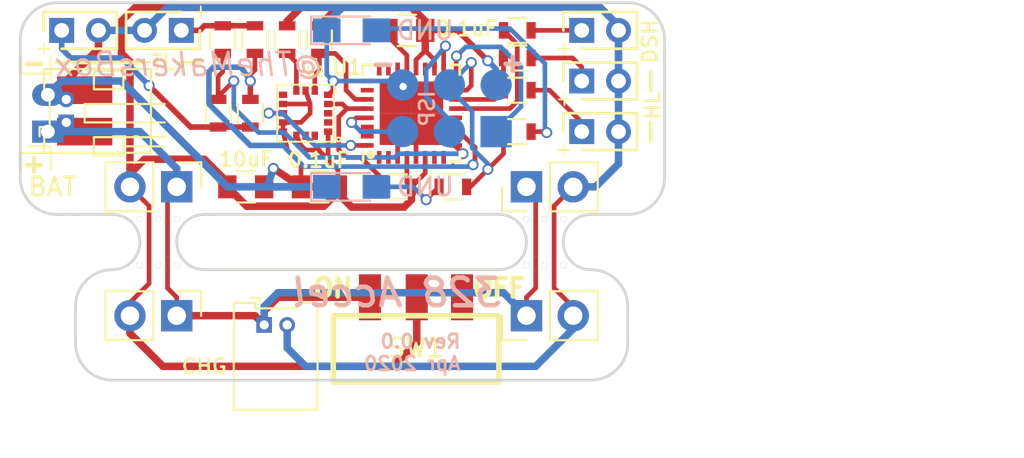
<source format=kicad_pcb>
(kicad_pcb (version 4) (host pcbnew 4.0.6)

  (general
    (links 79)
    (no_connects 0)
    (area 117.924999 144.424999 153.075001 165.075001)
    (thickness 1.6)
    (drawings 49)
    (tracks 295)
    (zones 0)
    (modules 37)
    (nets 43)
  )

  (page A)
  (title_block
    (title "Beetje 32U4 Blok")
    (date 2018-08-10)
    (rev 0.0)
    (company www.MakersBox.us)
    (comment 1 648.ken@gmail.com)
  )

  (layers
    (0 F.Cu signal)
    (31 B.Cu signal)
    (32 B.Adhes user)
    (33 F.Adhes user)
    (34 B.Paste user)
    (35 F.Paste user)
    (36 B.SilkS user)
    (37 F.SilkS user)
    (38 B.Mask user)
    (39 F.Mask user)
    (40 Dwgs.User user)
    (41 Cmts.User user)
    (42 Eco1.User user)
    (43 Eco2.User user)
    (44 Edge.Cuts user)
    (45 Margin user)
    (46 B.CrtYd user)
    (47 F.CrtYd user)
    (48 B.Fab user)
    (49 F.Fab user)
  )

  (setup
    (last_trace_width 0.254)
    (user_trace_width 0.254)
    (user_trace_width 0.3048)
    (user_trace_width 0.4064)
    (user_trace_width 0.6096)
    (trace_clearance 0.2)
    (zone_clearance 0.508)
    (zone_45_only no)
    (trace_min 0.2)
    (segment_width 0.2)
    (edge_width 0.15)
    (via_size 0.6)
    (via_drill 0.4)
    (via_min_size 0.4)
    (via_min_drill 0.3)
    (uvia_size 0.3)
    (uvia_drill 0.1)
    (uvias_allowed no)
    (uvia_min_size 0.2)
    (uvia_min_drill 0.1)
    (pcb_text_width 0.3)
    (pcb_text_size 1.5 1.5)
    (mod_edge_width 0.15)
    (mod_text_size 1 1)
    (mod_text_width 0.15)
    (pad_size 1.7 1.7)
    (pad_drill 0)
    (pad_to_mask_clearance 0)
    (aux_axis_origin 0 0)
    (visible_elements 7FFDFFFF)
    (pcbplotparams
      (layerselection 0x00030_80000001)
      (usegerberextensions false)
      (excludeedgelayer true)
      (linewidth 0.100000)
      (plotframeref false)
      (viasonmask false)
      (mode 1)
      (useauxorigin false)
      (hpglpennumber 1)
      (hpglpenspeed 20)
      (hpglpendiameter 15)
      (hpglpenoverlay 2)
      (psnegative false)
      (psa4output false)
      (plotreference true)
      (plotvalue true)
      (plotinvisibletext false)
      (padsonsilk false)
      (subtractmaskfromsilk false)
      (outputformat 1)
      (mirror false)
      (drillshape 1)
      (scaleselection 1)
      (outputdirectory ""))
  )

  (net 0 "")
  (net 1 GND)
  (net 2 "Net-(D4-Pad2)")
  (net 3 "Net-(D5-Pad2)")
  (net 4 "Net-(J6-Pad1)")
  (net 5 "Net-(J1-Pad1)")
  (net 6 "Net-(J7-Pad1)")
  (net 7 "Net-(J8-Pad1)")
  (net 8 "Net-(J9-Pad1)")
  (net 9 "Net-(SW1-Pad3)")
  (net 10 VCC)
  (net 11 /MISO)
  (net 12 /SCK)
  (net 13 /MOSI)
  (net 14 /~RESET)
  (net 15 "Net-(J10-Pad1)")
  (net 16 /~CS)
  (net 17 /SDA)
  (net 18 /SCL)
  (net 19 /D3)
  (net 20 /D4)
  (net 21 "Net-(U1-Pad7)")
  (net 22 "Net-(U1-Pad8)")
  (net 23 /D5)
  (net 24 /D6)
  (net 25 /D7)
  (net 26 /D8)
  (net 27 /D9)
  (net 28 /D10)
  (net 29 "Net-(U1-Pad19)")
  (net 30 "Net-(U1-Pad22)")
  (net 31 /A0)
  (net 32 /A1)
  (net 33 /A2)
  (net 34 /A3)
  (net 35 /D0)
  (net 36 /D1)
  (net 37 /D2)
  (net 38 "Net-(U2-Pad3)")
  (net 39 "Net-(U2-Pad2)")
  (net 40 "Net-(U2-Pad15)")
  (net 41 "Net-(U2-Pad9)")
  (net 42 "Net-(U2-Pad16)")

  (net_class Default "This is the default net class."
    (clearance 0.2)
    (trace_width 0.25)
    (via_dia 0.6)
    (via_drill 0.4)
    (uvia_dia 0.3)
    (uvia_drill 0.1)
    (add_net /A0)
    (add_net /A1)
    (add_net /A2)
    (add_net /A3)
    (add_net /D0)
    (add_net /D1)
    (add_net /D10)
    (add_net /D2)
    (add_net /D3)
    (add_net /D4)
    (add_net /D5)
    (add_net /D6)
    (add_net /D7)
    (add_net /D8)
    (add_net /D9)
    (add_net /MISO)
    (add_net /MOSI)
    (add_net /SCK)
    (add_net /SCL)
    (add_net /SDA)
    (add_net /~CS)
    (add_net /~RESET)
    (add_net GND)
    (add_net "Net-(D4-Pad2)")
    (add_net "Net-(D5-Pad2)")
    (add_net "Net-(J1-Pad1)")
    (add_net "Net-(J10-Pad1)")
    (add_net "Net-(J6-Pad1)")
    (add_net "Net-(J7-Pad1)")
    (add_net "Net-(J8-Pad1)")
    (add_net "Net-(J9-Pad1)")
    (add_net "Net-(SW1-Pad3)")
    (add_net "Net-(U1-Pad19)")
    (add_net "Net-(U1-Pad22)")
    (add_net "Net-(U1-Pad7)")
    (add_net "Net-(U1-Pad8)")
    (add_net "Net-(U2-Pad15)")
    (add_net "Net-(U2-Pad16)")
    (add_net "Net-(U2-Pad2)")
    (add_net "Net-(U2-Pad3)")
    (add_net "Net-(U2-Pad9)")
    (add_net VCC)
  )

  (module Housings_DFN_QFN:QFN-32-1EP_5x5mm_Pitch0.5mm (layer F.Cu) (tedit 5EB202FF) (tstamp 5EB0479B)
    (at 139.25 150.5 90)
    (descr "UH Package; 32-Lead Plastic QFN (5mm x 5mm); (see Linear Technology QFN_32_05-08-1693.pdf)")
    (tags "QFN 0.5")
    (path /5EB1814D)
    (attr smd)
    (fp_text reference U1 (at 2.5 -3.5 180) (layer F.SilkS)
      (effects (font (size 0.8 0.8) (thickness 0.15)))
    )
    (fp_text value ATMEGA328-MU (at 0 3.75 90) (layer F.Fab)
      (effects (font (size 1 1) (thickness 0.15)))
    )
    (fp_line (start -1.5 -2.5) (end 2.5 -2.5) (layer F.Fab) (width 0.15))
    (fp_line (start 2.5 -2.5) (end 2.5 2.5) (layer F.Fab) (width 0.15))
    (fp_line (start 2.5 2.5) (end -2.5 2.5) (layer F.Fab) (width 0.15))
    (fp_line (start -2.5 2.5) (end -2.5 -1.5) (layer F.Fab) (width 0.15))
    (fp_line (start -2.5 -1.5) (end -1.5 -2.5) (layer F.Fab) (width 0.15))
    (fp_line (start -3 -3) (end -3 3) (layer F.CrtYd) (width 0.05))
    (fp_line (start 3 -3) (end 3 3) (layer F.CrtYd) (width 0.05))
    (fp_line (start -3 -3) (end 3 -3) (layer F.CrtYd) (width 0.05))
    (fp_line (start -3 3) (end 3 3) (layer F.CrtYd) (width 0.05))
    (fp_line (start 2.625 -2.625) (end 2.625 -2.1) (layer F.SilkS) (width 0.15))
    (fp_line (start -2.625 2.625) (end -2.625 2.1) (layer F.SilkS) (width 0.15))
    (fp_line (start 2.625 2.625) (end 2.625 2.1) (layer F.SilkS) (width 0.15))
    (fp_line (start -2.625 -2.625) (end -2.1 -2.625) (layer F.SilkS) (width 0.15))
    (fp_line (start -2.625 2.625) (end -2.1 2.625) (layer F.SilkS) (width 0.15))
    (fp_line (start 2.625 2.625) (end 2.1 2.625) (layer F.SilkS) (width 0.15))
    (fp_line (start 2.625 -2.625) (end 2.1 -2.625) (layer F.SilkS) (width 0.15))
    (pad 1 smd rect (at -2.4 -1.75 90) (size 0.7 0.25) (layers F.Cu F.Paste F.Mask)
      (net 19 /D3))
    (pad 2 smd rect (at -2.4 -1.25 90) (size 0.7 0.25) (layers F.Cu F.Paste F.Mask)
      (net 20 /D4))
    (pad 3 smd rect (at -2.4 -0.75 90) (size 0.7 0.25) (layers F.Cu F.Paste F.Mask)
      (net 1 GND))
    (pad 4 smd rect (at -2.4 -0.25 90) (size 0.7 0.25) (layers F.Cu F.Paste F.Mask)
      (net 10 VCC))
    (pad 5 smd rect (at -2.4 0.25 90) (size 0.7 0.25) (layers F.Cu F.Paste F.Mask)
      (net 1 GND))
    (pad 6 smd rect (at -2.4 0.75 90) (size 0.7 0.25) (layers F.Cu F.Paste F.Mask)
      (net 10 VCC))
    (pad 7 smd rect (at -2.4 1.25 90) (size 0.7 0.25) (layers F.Cu F.Paste F.Mask)
      (net 21 "Net-(U1-Pad7)"))
    (pad 8 smd rect (at -2.4 1.75 90) (size 0.7 0.25) (layers F.Cu F.Paste F.Mask)
      (net 22 "Net-(U1-Pad8)"))
    (pad 9 smd rect (at -1.75 2.4 180) (size 0.7 0.25) (layers F.Cu F.Paste F.Mask)
      (net 23 /D5))
    (pad 10 smd rect (at -1.25 2.4 180) (size 0.7 0.25) (layers F.Cu F.Paste F.Mask)
      (net 24 /D6))
    (pad 11 smd rect (at -0.75 2.4 180) (size 0.7 0.25) (layers F.Cu F.Paste F.Mask)
      (net 25 /D7))
    (pad 12 smd rect (at -0.25 2.4 180) (size 0.7 0.25) (layers F.Cu F.Paste F.Mask)
      (net 26 /D8))
    (pad 13 smd rect (at 0.25 2.4 180) (size 0.7 0.25) (layers F.Cu F.Paste F.Mask)
      (net 27 /D9))
    (pad 14 smd rect (at 0.75 2.4 180) (size 0.7 0.25) (layers F.Cu F.Paste F.Mask)
      (net 28 /D10))
    (pad 15 smd rect (at 1.25 2.4 180) (size 0.7 0.25) (layers F.Cu F.Paste F.Mask)
      (net 13 /MOSI))
    (pad 16 smd rect (at 1.75 2.4 180) (size 0.7 0.25) (layers F.Cu F.Paste F.Mask)
      (net 11 /MISO))
    (pad 17 smd rect (at 2.4 1.75 90) (size 0.7 0.25) (layers F.Cu F.Paste F.Mask)
      (net 12 /SCK))
    (pad 18 smd rect (at 2.4 1.25 90) (size 0.7 0.25) (layers F.Cu F.Paste F.Mask)
      (net 10 VCC))
    (pad 19 smd rect (at 2.4 0.75 90) (size 0.7 0.25) (layers F.Cu F.Paste F.Mask)
      (net 29 "Net-(U1-Pad19)"))
    (pad 20 smd rect (at 2.4 0.25 90) (size 0.7 0.25) (layers F.Cu F.Paste F.Mask)
      (net 10 VCC))
    (pad 21 smd rect (at 2.4 -0.25 90) (size 0.7 0.25) (layers F.Cu F.Paste F.Mask)
      (net 1 GND))
    (pad 22 smd rect (at 2.4 -0.75 90) (size 0.7 0.25) (layers F.Cu F.Paste F.Mask)
      (net 30 "Net-(U1-Pad22)"))
    (pad 23 smd rect (at 2.4 -1.25 90) (size 0.7 0.25) (layers F.Cu F.Paste F.Mask)
      (net 31 /A0))
    (pad 24 smd rect (at 2.4 -1.75 90) (size 0.7 0.25) (layers F.Cu F.Paste F.Mask)
      (net 32 /A1))
    (pad 25 smd rect (at 1.75 -2.4 180) (size 0.7 0.25) (layers F.Cu F.Paste F.Mask)
      (net 33 /A2))
    (pad 26 smd rect (at 1.25 -2.4 180) (size 0.7 0.25) (layers F.Cu F.Paste F.Mask)
      (net 34 /A3))
    (pad 27 smd rect (at 0.75 -2.4 180) (size 0.7 0.25) (layers F.Cu F.Paste F.Mask)
      (net 17 /SDA))
    (pad 28 smd rect (at 0.25 -2.4 180) (size 0.7 0.25) (layers F.Cu F.Paste F.Mask)
      (net 18 /SCL))
    (pad 29 smd rect (at -0.25 -2.4 180) (size 0.7 0.25) (layers F.Cu F.Paste F.Mask)
      (net 14 /~RESET))
    (pad 30 smd rect (at -0.75 -2.4 180) (size 0.7 0.25) (layers F.Cu F.Paste F.Mask)
      (net 35 /D0))
    (pad 31 smd rect (at -1.25 -2.4 180) (size 0.7 0.25) (layers F.Cu F.Paste F.Mask)
      (net 36 /D1))
    (pad 32 smd rect (at -1.75 -2.4 180) (size 0.7 0.25) (layers F.Cu F.Paste F.Mask)
      (net 37 /D2))
    (pad 5 smd rect (at 0.8625 0.8625 90) (size 1.725 1.725) (layers F.Cu F.Paste F.Mask)
      (net 1 GND) (solder_paste_margin_ratio -0.2))
    (pad 5 smd rect (at 0.8625 -0.8625 90) (size 1.725 1.725) (layers F.Cu F.Paste F.Mask)
      (net 1 GND) (solder_paste_margin_ratio -0.2))
    (pad 5 smd rect (at -0.8625 0.8625 90) (size 1.725 1.725) (layers F.Cu F.Paste F.Mask)
      (net 1 GND) (solder_paste_margin_ratio -0.2))
    (pad 5 smd rect (at -0.8625 -0.8625 90) (size 1.725 1.725) (layers F.Cu F.Paste F.Mask)
      (net 1 GND) (solder_paste_margin_ratio -0.2))
    (model ${KISYS3DMOD}/Housings_DFN_QFN.3dshapes/QFN-32-1EP_5x5mm_Pitch0.5mm.wrl
      (at (xyz 0 0 0))
      (scale (xyz 1 1 1))
      (rotate (xyz 0 0 0))
    )
  )

  (module Pin_Headers:Pin_Header_Straight_2x03_Pitch2.54mm (layer B.Cu) (tedit 5EB09E4C) (tstamp 5EB0A7D7)
    (at 143.85 151.5 90)
    (descr "Through hole straight pin header, 2x03, 2.54mm pitch, double rows")
    (tags "Through hole pin header THT 2x03 2.54mm double row")
    (path /5EB15FD8)
    (fp_text reference CON1 (at 1.5 0 90) (layer B.SilkS) hide
      (effects (font (size 1 1) (thickness 0.15)) (justify mirror))
    )
    (fp_text value ISP (at 1.25 -3.75 90) (layer B.SilkS)
      (effects (font (size 0.8 0.8) (thickness 0.15)) (justify mirror))
    )
    (fp_line (start 0 1.27) (end 3.81 1.27) (layer B.Fab) (width 0.1))
    (fp_line (start 3.81 1.27) (end 3.81 -6.35) (layer B.Fab) (width 0.1))
    (fp_line (start 3.81 -6.35) (end -1.27 -6.35) (layer B.Fab) (width 0.1))
    (fp_line (start -1.27 -6.35) (end -1.27 0) (layer B.Fab) (width 0.1))
    (fp_line (start -1.27 0) (end 0 1.27) (layer B.Fab) (width 0.1))
    (fp_line (start -1.8 1.8) (end -1.8 -6.85) (layer B.CrtYd) (width 0.05))
    (fp_line (start -1.8 -6.85) (end 4.35 -6.85) (layer B.CrtYd) (width 0.05))
    (fp_line (start 4.35 -6.85) (end 4.35 1.8) (layer B.CrtYd) (width 0.05))
    (fp_line (start 4.35 1.8) (end -1.8 1.8) (layer B.CrtYd) (width 0.05))
    (fp_text user %R (at 1.27 -2.54 360) (layer B.Fab)
      (effects (font (size 1 1) (thickness 0.15)) (justify mirror))
    )
    (pad 1 smd rect (at 0 0 90) (size 1.7 1.7) (layers B.Cu B.Paste B.Mask)
      (net 11 /MISO))
    (pad 2 smd oval (at 2.54 0 90) (size 1.7 1.7) (layers B.Cu B.Paste B.Mask)
      (net 10 VCC))
    (pad 3 smd oval (at 0 -2.54 90) (size 1.7 1.7) (layers B.Cu B.Paste B.Mask)
      (net 12 /SCK))
    (pad 4 smd oval (at 2.54 -2.54 90) (size 1.7 1.7) (layers B.Cu B.Paste B.Mask)
      (net 13 /MOSI))
    (pad 5 smd oval (at 0 -5.08 90) (size 1.7 1.7) (layers B.Cu B.Paste B.Mask)
      (net 14 /~RESET))
    (pad 6 smd oval (at 2.54 -5.08 90) (size 1.7 1.7) (layers B.Cu B.Paste B.Mask)
      (net 1 GND))
  )

  (module footprints:JST_PH_S2B-PH-K_02x2.00mm_Angled (layer F.Cu) (tedit 5EAB3B9C) (tstamp 5EAB3BE4)
    (at 119.5 151.5 90)
    (descr "JST PH series connector, S2B-PH-K, side entry type, through hole, Datasheet: http://www.jst-mfg.com/product/pdf/eng/ePH.pdf")
    (tags "connector jst ph")
    (path /5EAB43D0)
    (fp_text reference J10 (at 3.048 1.27 360) (layer F.SilkS) hide
      (effects (font (size 1 1) (thickness 0.15)))
    )
    (fp_text value JST_PH (at 1.905 7.62 90) (layer F.SilkS) hide
      (effects (font (size 0.7 0.7) (thickness 0.15)))
    )
    (fp_line (start 0.5 6.35) (end 0.5 2) (layer F.SilkS) (width 0.12))
    (fp_line (start 0.5 2) (end 1.5 2) (layer F.SilkS) (width 0.12))
    (fp_line (start 1.5 2) (end 1.5 6.35) (layer F.SilkS) (width 0.12))
    (fp_line (start -0.8 0.15) (end -1.15 0.15) (layer F.SilkS) (width 0.12))
    (fp_line (start -1.15 0.15) (end -1.15 -1.45) (layer F.SilkS) (width 0.12))
    (fp_line (start -1.15 -1.45) (end -2.05 -1.45) (layer F.SilkS) (width 0.12))
    (fp_line (start 4.05 -1.45) (end 3.15 -1.45) (layer F.SilkS) (width 0.12))
    (fp_line (start 3.15 -1.45) (end 3.15 0.15) (layer F.SilkS) (width 0.12))
    (fp_line (start 3.15 0.15) (end 2.8 0.15) (layer F.SilkS) (width 0.12))
    (fp_line (start -2.05 0.15) (end -1.15 0.15) (layer F.SilkS) (width 0.12))
    (fp_line (start 4.05 0.15) (end 3.15 0.15) (layer F.SilkS) (width 0.12))
    (fp_line (start -1.3 2.5) (end -1.3 4.1) (layer F.SilkS) (width 0.12))
    (fp_line (start -1.3 4.1) (end -0.3 4.1) (layer F.SilkS) (width 0.12))
    (fp_line (start -0.3 4.1) (end -0.3 2.5) (layer F.SilkS) (width 0.12))
    (fp_line (start -0.3 2.5) (end -1.3 2.5) (layer F.SilkS) (width 0.12))
    (fp_line (start 3.3 2.5) (end 3.3 4.1) (layer F.SilkS) (width 0.12))
    (fp_line (start 3.3 4.1) (end 2.3 4.1) (layer F.SilkS) (width 0.12))
    (fp_line (start 2.3 4.1) (end 2.3 2.5) (layer F.SilkS) (width 0.12))
    (fp_line (start 2.3 2.5) (end 3.3 2.5) (layer F.SilkS) (width 0.12))
    (fp_line (start -0.3 4.1) (end -0.3 6.35) (layer F.SilkS) (width 0.12))
    (fp_line (start -0.8 4.1) (end -0.8 6.35) (layer F.SilkS) (width 0.12))
    (fp_line (start -2.45 -1.85) (end -2.45 6.75) (layer F.CrtYd) (width 0.05))
    (fp_line (start -2.45 6.75) (end 4.45 6.75) (layer F.CrtYd) (width 0.05))
    (fp_line (start 4.45 6.75) (end 4.45 -1.85) (layer F.CrtYd) (width 0.05))
    (fp_line (start 4.45 -1.85) (end -2.45 -1.85) (layer F.CrtYd) (width 0.05))
    (fp_line (start -1.25 0.25) (end -1.25 -1.35) (layer F.Fab) (width 0.1))
    (fp_line (start -1.25 -1.35) (end -1.95 -1.35) (layer F.Fab) (width 0.1))
    (fp_line (start -1.95 -1.35) (end -1.95 6.25) (layer F.Fab) (width 0.1))
    (fp_line (start 3.95 6.25) (end 3.95 -1.35) (layer F.Fab) (width 0.1))
    (fp_line (start 3.95 -1.35) (end 3.25 -1.35) (layer F.Fab) (width 0.1))
    (fp_line (start 3.25 -1.35) (end 3.25 0.25) (layer F.Fab) (width 0.1))
    (fp_line (start 3.25 0.25) (end -1.25 0.25) (layer F.Fab) (width 0.1))
    (fp_line (start -0.8 0.15) (end -0.8 -1.05) (layer F.SilkS) (width 0.12))
    (fp_line (start 0 0.85) (end -0.5 1.35) (layer F.Fab) (width 0.1))
    (fp_line (start -0.5 1.35) (end 0.5 1.35) (layer F.Fab) (width 0.1))
    (fp_line (start 0.5 1.35) (end 0 0.85) (layer F.Fab) (width 0.1))
    (fp_text user %R (at 1 2.5 90) (layer F.Fab)
      (effects (font (size 1 1) (thickness 0.15)))
    )
    (pad 1 thru_hole rect (at 0 0 90) (size 1.2 1.7) (drill 0.75) (layers *.Cu *.Mask)
      (net 15 "Net-(J10-Pad1)"))
    (pad 2 thru_hole oval (at 2 0 90) (size 1.2 1.7) (drill 0.75) (layers *.Cu *.Mask)
      (net 1 GND))
    (model ${KISYS3DMOD}/Connectors_JST.3dshapes/JST_PH_S2B-PH-K_02x2.00mm_Angled.wrl
      (at (xyz 0 0 0))
      (scale (xyz 1 1 1))
      (rotate (xyz 0 0 0))
    )
  )

  (module Connectors_Molex:Molex_PicoBlade_53048-0210_02x1.25mm_Angled (layer F.Cu) (tedit 5EAB3B00) (tstamp 5EA8B8F0)
    (at 120.5 151 90)
    (descr "Molex PicoBlade, single row, side entry type, through hole, PN:53048-0210")
    (tags "connector molex picoblade")
    (path /5B7F07B5)
    (fp_text reference J3 (at 0.75 3 90) (layer F.SilkS) hide
      (effects (font (size 1 1) (thickness 0.15)))
    )
    (fp_text value BAT (at -3.5 -0.75 180) (layer F.SilkS)
      (effects (font (size 1 1) (thickness 0.15)))
    )
    (fp_line (start -0.25 -1.15) (end -0.25 -1.45) (layer F.SilkS) (width 0.12))
    (fp_line (start -0.25 -1.45) (end -0.75 -1.45) (layer F.SilkS) (width 0.12))
    (fp_line (start -0.25 -1.15) (end -0.25 -1.45) (layer F.Fab) (width 0.1))
    (fp_line (start -0.25 -1.45) (end -0.75 -1.45) (layer F.Fab) (width 0.1))
    (fp_line (start 0.6 -1.25) (end -0.15 -1.25) (layer F.CrtYd) (width 0.05))
    (fp_line (start -0.15 -1.25) (end -0.15 -1.55) (layer F.CrtYd) (width 0.05))
    (fp_line (start -0.15 -1.55) (end -2 -1.55) (layer F.CrtYd) (width 0.05))
    (fp_line (start -2 -1.55) (end -2 4.95) (layer F.CrtYd) (width 0.05))
    (fp_line (start -2 4.95) (end 0.6 4.95) (layer F.CrtYd) (width 0.05))
    (fp_line (start 0.6 -1.25) (end 1.35 -1.25) (layer F.CrtYd) (width 0.05))
    (fp_line (start 1.35 -1.25) (end 1.35 -1.55) (layer F.CrtYd) (width 0.05))
    (fp_line (start 1.35 -1.55) (end 3.25 -1.55) (layer F.CrtYd) (width 0.05))
    (fp_line (start 3.25 -1.55) (end 3.25 4.95) (layer F.CrtYd) (width 0.05))
    (fp_line (start 3.25 4.95) (end 0.6 4.95) (layer F.CrtYd) (width 0.05))
    (fp_line (start 0.625 -0.75) (end -0.65 -0.75) (layer F.Fab) (width 0.1))
    (fp_line (start -0.65 -0.75) (end -0.65 -1.05) (layer F.Fab) (width 0.1))
    (fp_line (start -0.65 -1.05) (end -1.5 -1.05) (layer F.Fab) (width 0.1))
    (fp_line (start -1.5 -1.05) (end -1.5 4.45) (layer F.Fab) (width 0.1))
    (fp_line (start -1.5 4.45) (end 0.625 4.45) (layer F.Fab) (width 0.1))
    (fp_line (start 0.625 -0.75) (end 1.9 -0.75) (layer F.Fab) (width 0.1))
    (fp_line (start 1.9 -0.75) (end 1.9 -1.05) (layer F.Fab) (width 0.1))
    (fp_line (start 1.9 -1.05) (end 2.75 -1.05) (layer F.Fab) (width 0.1))
    (fp_line (start 2.75 -1.05) (end 2.75 4.45) (layer F.Fab) (width 0.1))
    (fp_line (start 2.75 4.45) (end 0.625 4.45) (layer F.Fab) (width 0.1))
    (fp_line (start 0.625 -0.9) (end -0.5 -0.9) (layer F.SilkS) (width 0.12))
    (fp_line (start -0.5 -0.9) (end -0.5 -1.2) (layer F.SilkS) (width 0.12))
    (fp_line (start -0.5 -1.2) (end -1.65 -1.2) (layer F.SilkS) (width 0.12))
    (fp_line (start -1.65 -1.2) (end -1.65 4.6) (layer F.SilkS) (width 0.12))
    (fp_line (start -1.65 4.6) (end 0.625 4.6) (layer F.SilkS) (width 0.12))
    (fp_line (start 0.625 -0.9) (end 1.75 -0.9) (layer F.SilkS) (width 0.12))
    (fp_line (start 1.75 -0.9) (end 1.75 -1.2) (layer F.SilkS) (width 0.12))
    (fp_line (start 1.75 -1.2) (end 2.9 -1.2) (layer F.SilkS) (width 0.12))
    (fp_line (start 2.9 -1.2) (end 2.9 4.6) (layer F.SilkS) (width 0.12))
    (fp_line (start 2.9 4.6) (end 0.625 4.6) (layer F.SilkS) (width 0.12))
    (fp_text user %R (at 0.625 3 90) (layer F.Fab)
      (effects (font (size 1 1) (thickness 0.15)))
    )
    (pad 2 smd rect (at 1.75 1 90) (size 1.5 3) (layers F.Cu F.Paste F.Mask)
      (net 1 GND))
    (pad 1 thru_hole rect (at 0 0 90) (size 0.85 0.85) (drill 0.5) (layers *.Cu *.Mask)
      (net 15 "Net-(J10-Pad1)"))
    (pad 2 thru_hole circle (at 1.25 0 90) (size 0.85 0.85) (drill 0.5) (layers *.Cu *.Mask)
      (net 1 GND))
    (pad 1 smd rect (at -0.5 1 90) (size 1.5 3) (layers F.Cu F.Paste F.Mask)
      (net 15 "Net-(J10-Pad1)"))
    (model ${KISYS3DMOD}/Connectors_Molex.3dshapes/Molex_PicoBlade_53048-0210_02x1.25mm_Angled.wrl
      (at (xyz 0 0 0))
      (scale (xyz 1 1 1))
      (rotate (xyz 0 0 0))
    )
  )

  (module Pin_Headers:Pin_Header_Straight_1x02_Pitch2.54mm (layer F.Cu) (tedit 5EA9CF37) (tstamp 5EA9A7E3)
    (at 126.5 154.5 270)
    (descr "Through hole straight pin header, 1x02, 2.54mm pitch, single row")
    (tags "Through hole pin header THT 1x02 2.54mm single row")
    (path /5EA9BFC7)
    (fp_text reference J44 (at 0 -2.33 270) (layer F.SilkS) hide
      (effects (font (size 1 1) (thickness 0.15)))
    )
    (fp_text value CONN (at 0 4.87 270) (layer F.Fab)
      (effects (font (size 1 1) (thickness 0.15)))
    )
    (fp_line (start -0.635 -1.27) (end 1.27 -1.27) (layer F.Fab) (width 0.1))
    (fp_line (start 1.27 -1.27) (end 1.27 3.81) (layer F.Fab) (width 0.1))
    (fp_line (start 1.27 3.81) (end -1.27 3.81) (layer F.Fab) (width 0.1))
    (fp_line (start -1.27 3.81) (end -1.27 -0.635) (layer F.Fab) (width 0.1))
    (fp_line (start -1.27 -0.635) (end -0.635 -1.27) (layer F.Fab) (width 0.1))
    (fp_line (start -1.33 3.87) (end 1.33 3.87) (layer F.SilkS) (width 0.12))
    (fp_line (start -1.33 1.27) (end -1.33 3.87) (layer F.SilkS) (width 0.12))
    (fp_line (start 1.33 1.27) (end 1.33 3.87) (layer F.SilkS) (width 0.12))
    (fp_line (start -1.33 1.27) (end 1.33 1.27) (layer F.SilkS) (width 0.12))
    (fp_line (start -1.33 0) (end -1.33 -1.33) (layer F.SilkS) (width 0.12))
    (fp_line (start -1.33 -1.33) (end 0 -1.33) (layer F.SilkS) (width 0.12))
    (fp_line (start -1.8 -1.8) (end -1.8 4.35) (layer F.CrtYd) (width 0.05))
    (fp_line (start -1.8 4.35) (end 1.8 4.35) (layer F.CrtYd) (width 0.05))
    (fp_line (start 1.8 4.35) (end 1.8 -1.8) (layer F.CrtYd) (width 0.05))
    (fp_line (start 1.8 -1.8) (end -1.8 -1.8) (layer F.CrtYd) (width 0.05))
    (fp_text user %R (at 0 1.27 360) (layer F.Fab)
      (effects (font (size 1 1) (thickness 0.15)))
    )
    (pad 1 thru_hole rect (at 0 0 270) (size 1.7 1.7) (drill 1) (layers *.Cu *.Mask)
      (net 15 "Net-(J10-Pad1)"))
    (pad 2 thru_hole oval (at 0 2.54 270) (size 1.7 1.7) (drill 1) (layers *.Cu *.Mask)
      (net 10 VCC))
  )

  (module footprints:SPST_SMD (layer F.Cu) (tedit 5EA9FA58) (tstamp 5EA8B242)
    (at 139.5 160.5)
    (descr "Through hole pin header")
    (tags "pin header")
    (path /5B9534D5)
    (fp_text reference SW1 (at 0 2.75) (layer F.SilkS)
      (effects (font (size 1 1) (thickness 0.15)))
    )
    (fp_text value SW_SPDT (at 0.1 0) (layer F.Fab)
      (effects (font (size 1 1) (thickness 0.15)))
    )
    (fp_line (start -1 6.7) (end -0.5 6.7) (layer F.Fab) (width 0.15))
    (fp_line (start -0.5 6.7) (end -0.5 4.7) (layer F.Fab) (width 0.15))
    (fp_line (start -2 6.7) (end -1 6.7) (layer F.Fab) (width 0.15))
    (fp_line (start -2 4.7) (end -2 6.7) (layer F.Fab) (width 0.15))
    (fp_line (start -4.5 4.6) (end 4.5 4.6) (layer F.SilkS) (width 0.3048))
    (fp_line (start 4.5 1) (end 4.5 4.6) (layer F.SilkS) (width 0.3048))
    (fp_line (start -4.5 1) (end -4.5 4.6) (layer F.SilkS) (width 0.3048))
    (fp_line (start -4.5 1) (end 4.5 1) (layer F.SilkS) (width 0.3048))
    (fp_text user JS102011SAQN (at 0 1.7) (layer F.Fab)
      (effects (font (size 0.8 0.8) (thickness 0.1)))
    )
    (pad "" np_thru_hole circle (at 3.4 2.75) (size 0.9 0.9) (drill 0.9) (layers *.Cu *.Mask))
    (pad 1 smd rect (at -2.5 0) (size 1.2 2.5) (layers F.Cu F.Paste F.Mask)
      (net 15 "Net-(J10-Pad1)"))
    (pad 2 smd rect (at 0.04 0) (size 1.2 2.5) (layers F.Cu F.Paste F.Mask)
      (net 10 VCC))
    (pad 3 smd rect (at 2.5 0) (size 1.2 2.5) (layers F.Cu F.Paste F.Mask)
      (net 9 "Net-(SW1-Pad3)"))
    (pad "" np_thru_hole circle (at -3.4 2.75) (size 0.9 0.9) (drill 0.9) (layers *.Cu *.Mask))
    (model Pin_Headers.3dshapes/Pin_Header_Straight_2x06.wrl
      (at (xyz 0.05 -0.25 0))
      (scale (xyz 1 1 1))
      (rotate (xyz 0 0 90))
    )
  )

  (module Pin_Headers:Pin_Header_Straight_1x02_Pitch2.54mm (layer F.Cu) (tedit 5EA9CF7F) (tstamp 5EA9A7B7)
    (at 145.5 161.5 90)
    (descr "Through hole straight pin header, 1x02, 2.54mm pitch, single row")
    (tags "Through hole pin header THT 1x02 2.54mm single row")
    (path /5EA9BB38)
    (fp_text reference J5 (at 0 -2.33 90) (layer F.SilkS) hide
      (effects (font (size 1 1) (thickness 0.15)))
    )
    (fp_text value CONN (at 0 4.87 90) (layer F.Fab)
      (effects (font (size 1 1) (thickness 0.15)))
    )
    (fp_line (start -0.635 -1.27) (end 1.27 -1.27) (layer F.Fab) (width 0.1))
    (fp_line (start 1.27 -1.27) (end 1.27 3.81) (layer F.Fab) (width 0.1))
    (fp_line (start 1.27 3.81) (end -1.27 3.81) (layer F.Fab) (width 0.1))
    (fp_line (start -1.27 3.81) (end -1.27 -0.635) (layer F.Fab) (width 0.1))
    (fp_line (start -1.27 -0.635) (end -0.635 -1.27) (layer F.Fab) (width 0.1))
    (fp_line (start -1.33 3.87) (end 1.33 3.87) (layer F.SilkS) (width 0.12))
    (fp_line (start -1.33 1.27) (end -1.33 3.87) (layer F.SilkS) (width 0.12))
    (fp_line (start 1.33 1.27) (end 1.33 3.87) (layer F.SilkS) (width 0.12))
    (fp_line (start -1.33 1.27) (end 1.33 1.27) (layer F.SilkS) (width 0.12))
    (fp_line (start -1.33 0) (end -1.33 -1.33) (layer F.SilkS) (width 0.12))
    (fp_line (start -1.33 -1.33) (end 0 -1.33) (layer F.SilkS) (width 0.12))
    (fp_line (start -1.8 -1.8) (end -1.8 4.35) (layer F.CrtYd) (width 0.05))
    (fp_line (start -1.8 4.35) (end 1.8 4.35) (layer F.CrtYd) (width 0.05))
    (fp_line (start 1.8 4.35) (end 1.8 -1.8) (layer F.CrtYd) (width 0.05))
    (fp_line (start 1.8 -1.8) (end -1.8 -1.8) (layer F.CrtYd) (width 0.05))
    (fp_text user %R (at 0 1.27 180) (layer F.Fab)
      (effects (font (size 1 1) (thickness 0.15)))
    )
    (pad 1 thru_hole rect (at 0 0 90) (size 1.7 1.7) (drill 1) (layers *.Cu *.Mask)
      (net 15 "Net-(J10-Pad1)"))
    (pad 2 thru_hole oval (at 0 2.54 90) (size 1.7 1.7) (drill 1) (layers *.Cu *.Mask)
      (net 1 GND))
  )

  (module Pin_Headers:Pin_Header_Straight_1x02_Pitch2.54mm (layer F.Cu) (tedit 5EA9CF87) (tstamp 5EA9A7CD)
    (at 126.5 161.5 270)
    (descr "Through hole straight pin header, 1x02, 2.54mm pitch, single row")
    (tags "Through hole pin header THT 1x02 2.54mm single row")
    (path /5EA9BE4D)
    (fp_text reference J4 (at 0 -2.33 270) (layer F.SilkS) hide
      (effects (font (size 1 1) (thickness 0.15)))
    )
    (fp_text value CONN (at 0 4.87 270) (layer F.Fab)
      (effects (font (size 1 1) (thickness 0.15)))
    )
    (fp_line (start -0.635 -1.27) (end 1.27 -1.27) (layer F.Fab) (width 0.1))
    (fp_line (start 1.27 -1.27) (end 1.27 3.81) (layer F.Fab) (width 0.1))
    (fp_line (start 1.27 3.81) (end -1.27 3.81) (layer F.Fab) (width 0.1))
    (fp_line (start -1.27 3.81) (end -1.27 -0.635) (layer F.Fab) (width 0.1))
    (fp_line (start -1.27 -0.635) (end -0.635 -1.27) (layer F.Fab) (width 0.1))
    (fp_line (start -1.33 3.87) (end 1.33 3.87) (layer F.SilkS) (width 0.12))
    (fp_line (start -1.33 1.27) (end -1.33 3.87) (layer F.SilkS) (width 0.12))
    (fp_line (start 1.33 1.27) (end 1.33 3.87) (layer F.SilkS) (width 0.12))
    (fp_line (start -1.33 1.27) (end 1.33 1.27) (layer F.SilkS) (width 0.12))
    (fp_line (start -1.33 0) (end -1.33 -1.33) (layer F.SilkS) (width 0.12))
    (fp_line (start -1.33 -1.33) (end 0 -1.33) (layer F.SilkS) (width 0.12))
    (fp_line (start -1.8 -1.8) (end -1.8 4.35) (layer F.CrtYd) (width 0.05))
    (fp_line (start -1.8 4.35) (end 1.8 4.35) (layer F.CrtYd) (width 0.05))
    (fp_line (start 1.8 4.35) (end 1.8 -1.8) (layer F.CrtYd) (width 0.05))
    (fp_line (start 1.8 -1.8) (end -1.8 -1.8) (layer F.CrtYd) (width 0.05))
    (fp_text user %R (at 0 1.27 360) (layer F.Fab)
      (effects (font (size 1 1) (thickness 0.15)))
    )
    (pad 1 thru_hole rect (at 0 0 270) (size 1.7 1.7) (drill 1) (layers *.Cu *.Mask)
      (net 15 "Net-(J10-Pad1)"))
    (pad 2 thru_hole oval (at 0 2.54 270) (size 1.7 1.7) (drill 1) (layers *.Cu *.Mask)
      (net 10 VCC))
  )

  (module Pin_Headers:Pin_Header_Straight_1x02_Pitch2.54mm (layer F.Cu) (tedit 5EA9CF83) (tstamp 5EA9A7F9)
    (at 145.5 154.5 90)
    (descr "Through hole straight pin header, 1x02, 2.54mm pitch, single row")
    (tags "Through hole pin header THT 1x02 2.54mm single row")
    (path /5EA9BEB7)
    (fp_text reference J55 (at 0 -2.33 90) (layer F.SilkS) hide
      (effects (font (size 1 1) (thickness 0.15)))
    )
    (fp_text value CONN (at 0 4.87 90) (layer F.Fab)
      (effects (font (size 1 1) (thickness 0.15)))
    )
    (fp_line (start -0.635 -1.27) (end 1.27 -1.27) (layer F.Fab) (width 0.1))
    (fp_line (start 1.27 -1.27) (end 1.27 3.81) (layer F.Fab) (width 0.1))
    (fp_line (start 1.27 3.81) (end -1.27 3.81) (layer F.Fab) (width 0.1))
    (fp_line (start -1.27 3.81) (end -1.27 -0.635) (layer F.Fab) (width 0.1))
    (fp_line (start -1.27 -0.635) (end -0.635 -1.27) (layer F.Fab) (width 0.1))
    (fp_line (start -1.33 3.87) (end 1.33 3.87) (layer F.SilkS) (width 0.12))
    (fp_line (start -1.33 1.27) (end -1.33 3.87) (layer F.SilkS) (width 0.12))
    (fp_line (start 1.33 1.27) (end 1.33 3.87) (layer F.SilkS) (width 0.12))
    (fp_line (start -1.33 1.27) (end 1.33 1.27) (layer F.SilkS) (width 0.12))
    (fp_line (start -1.33 0) (end -1.33 -1.33) (layer F.SilkS) (width 0.12))
    (fp_line (start -1.33 -1.33) (end 0 -1.33) (layer F.SilkS) (width 0.12))
    (fp_line (start -1.8 -1.8) (end -1.8 4.35) (layer F.CrtYd) (width 0.05))
    (fp_line (start -1.8 4.35) (end 1.8 4.35) (layer F.CrtYd) (width 0.05))
    (fp_line (start 1.8 4.35) (end 1.8 -1.8) (layer F.CrtYd) (width 0.05))
    (fp_line (start 1.8 -1.8) (end -1.8 -1.8) (layer F.CrtYd) (width 0.05))
    (fp_text user %R (at 0 1.27 180) (layer F.Fab)
      (effects (font (size 1 1) (thickness 0.15)))
    )
    (pad 1 thru_hole rect (at 0 0 90) (size 1.7 1.7) (drill 1) (layers *.Cu *.Mask)
      (net 15 "Net-(J10-Pad1)"))
    (pad 2 thru_hole oval (at 0 2.54 90) (size 1.7 1.7) (drill 1) (layers *.Cu *.Mask)
      (net 1 GND))
  )

  (module footprints:LED_0805_HandSoldering (layer B.Cu) (tedit 5EB2045B) (tstamp 5EA9B60E)
    (at 136 154.5)
    (descr "Resistor SMD 0805, hand soldering")
    (tags "resistor 0805")
    (path /5EA9D74A)
    (attr smd)
    (fp_text reference D4 (at 0 1.7) (layer B.SilkS) hide
      (effects (font (size 1 1) (thickness 0.15)) (justify mirror))
    )
    (fp_text value UND (at 4 0) (layer B.SilkS)
      (effects (font (size 1 1) (thickness 0.15)) (justify mirror))
    )
    (fp_line (start -0.4 0.4) (end -0.4 -0.4) (layer B.Fab) (width 0.1))
    (fp_line (start -0.4 0) (end 0.2 0.4) (layer B.Fab) (width 0.1))
    (fp_line (start 0.2 -0.4) (end -0.4 0) (layer B.Fab) (width 0.1))
    (fp_line (start 0.2 0.4) (end 0.2 -0.4) (layer B.Fab) (width 0.1))
    (fp_line (start -1 -0.62) (end -1 0.62) (layer B.Fab) (width 0.1))
    (fp_line (start 1 -0.62) (end -1 -0.62) (layer B.Fab) (width 0.1))
    (fp_line (start 1 0.62) (end 1 -0.62) (layer B.Fab) (width 0.1))
    (fp_line (start -1 0.62) (end 1 0.62) (layer B.Fab) (width 0.1))
    (fp_line (start 1 -0.75) (end -2.2 -0.75) (layer B.SilkS) (width 0.12))
    (fp_line (start -2.2 0.75) (end 1 0.75) (layer B.SilkS) (width 0.12))
    (fp_line (start -2.35 0.9) (end 2.35 0.9) (layer B.CrtYd) (width 0.05))
    (fp_line (start -2.35 0.9) (end -2.35 -0.9) (layer B.CrtYd) (width 0.05))
    (fp_line (start 2.35 -0.9) (end 2.35 0.9) (layer B.CrtYd) (width 0.05))
    (fp_line (start 2.35 -0.9) (end -2.35 -0.9) (layer B.CrtYd) (width 0.05))
    (fp_line (start -2.2 0.75) (end -2.2 -0.75) (layer B.SilkS) (width 0.12))
    (pad 1 smd rect (at -1.35 0) (size 1.5 1.3) (layers B.Cu B.Paste B.Mask)
      (net 1 GND))
    (pad 2 smd rect (at 1.35 0) (size 1.5 1.3) (layers B.Cu B.Paste B.Mask)
      (net 2 "Net-(D4-Pad2)"))
    (model ${KISYS3DMOD}/LEDs.3dshapes/LED_0805.wrl
      (at (xyz 0 0 0))
      (scale (xyz 1 1 1))
      (rotate (xyz 0 0 0))
    )
  )

  (module footprints:LED_0805_HandSoldering (layer B.Cu) (tedit 5EB20420) (tstamp 5EA9B623)
    (at 136 146)
    (descr "Resistor SMD 0805, hand soldering")
    (tags "resistor 0805")
    (path /5EA9D6A1)
    (attr smd)
    (fp_text reference D5 (at 0 1.7) (layer B.SilkS) hide
      (effects (font (size 1 1) (thickness 0.15)) (justify mirror))
    )
    (fp_text value UND (at 4 0) (layer B.SilkS)
      (effects (font (size 1 1) (thickness 0.15)) (justify mirror))
    )
    (fp_line (start -0.4 0.4) (end -0.4 -0.4) (layer B.Fab) (width 0.1))
    (fp_line (start -0.4 0) (end 0.2 0.4) (layer B.Fab) (width 0.1))
    (fp_line (start 0.2 -0.4) (end -0.4 0) (layer B.Fab) (width 0.1))
    (fp_line (start 0.2 0.4) (end 0.2 -0.4) (layer B.Fab) (width 0.1))
    (fp_line (start -1 -0.62) (end -1 0.62) (layer B.Fab) (width 0.1))
    (fp_line (start 1 -0.62) (end -1 -0.62) (layer B.Fab) (width 0.1))
    (fp_line (start 1 0.62) (end 1 -0.62) (layer B.Fab) (width 0.1))
    (fp_line (start -1 0.62) (end 1 0.62) (layer B.Fab) (width 0.1))
    (fp_line (start 1 -0.75) (end -2.2 -0.75) (layer B.SilkS) (width 0.12))
    (fp_line (start -2.2 0.75) (end 1 0.75) (layer B.SilkS) (width 0.12))
    (fp_line (start -2.35 0.9) (end 2.35 0.9) (layer B.CrtYd) (width 0.05))
    (fp_line (start -2.35 0.9) (end -2.35 -0.9) (layer B.CrtYd) (width 0.05))
    (fp_line (start 2.35 -0.9) (end 2.35 0.9) (layer B.CrtYd) (width 0.05))
    (fp_line (start 2.35 -0.9) (end -2.35 -0.9) (layer B.CrtYd) (width 0.05))
    (fp_line (start -2.2 0.75) (end -2.2 -0.75) (layer B.SilkS) (width 0.12))
    (pad 1 smd rect (at -1.35 0) (size 1.5 1.3) (layers B.Cu B.Paste B.Mask)
      (net 1 GND))
    (pad 2 smd rect (at 1.35 0) (size 1.5 1.3) (layers B.Cu B.Paste B.Mask)
      (net 3 "Net-(D5-Pad2)"))
    (model ${KISYS3DMOD}/LEDs.3dshapes/LED_0805.wrl
      (at (xyz 0 0 0))
      (scale (xyz 1 1 1))
      (rotate (xyz 0 0 0))
    )
  )

  (module footprints:PIN_HEADER_LED (layer F.Cu) (tedit 5EB2024A) (tstamp 5EA8C9D1)
    (at 148.5 146 90)
    (descr "Through hole straight pin header, 1x02, 2.00mm pitch, single row")
    (tags "Through hole pin header THT 1x02 2.00mm single row")
    (path /5EA9312B)
    (fp_text reference J9 (at 0 -2.06 90) (layer F.SilkS) hide
      (effects (font (size 1 1) (thickness 0.15)))
    )
    (fp_text value DSH (at -0.6 3.7 90) (layer F.SilkS)
      (effects (font (size 0.8 0.8) (thickness 0.15)))
    )
    (fp_line (start -1 0) (end -1 3) (layer F.SilkS) (width 0.15))
    (fp_line (start -1 3) (end 1 3) (layer F.SilkS) (width 0.15))
    (fp_line (start 1 3) (end 1 -1) (layer F.SilkS) (width 0.15))
    (fp_line (start 1 -1) (end 0 -1) (layer F.SilkS) (width 0.15))
    (fp_text user + (at -1 -1 90) (layer F.SilkS)
      (effects (font (size 0.8 0.8) (thickness 0.1)))
    )
    (fp_line (start -0.5 -1) (end 1 -1) (layer F.Fab) (width 0.1))
    (fp_line (start 1 -1) (end 1 3) (layer F.Fab) (width 0.1))
    (fp_line (start 1 3) (end -1 3) (layer F.Fab) (width 0.1))
    (fp_line (start -1 3) (end -1 -0.5) (layer F.Fab) (width 0.1))
    (fp_line (start -1 -0.5) (end -0.5 -1) (layer F.Fab) (width 0.1))
    (fp_line (start -1.5 -1.5) (end -1.5 3.5) (layer F.CrtYd) (width 0.05))
    (fp_line (start -1.5 3.5) (end 1.5 3.5) (layer F.CrtYd) (width 0.05))
    (fp_line (start 1.5 3.5) (end 1.5 -1.5) (layer F.CrtYd) (width 0.05))
    (fp_line (start 1.5 -1.5) (end -1.5 -1.5) (layer F.CrtYd) (width 0.05))
    (fp_text user %R (at 0 1 180) (layer F.Fab)
      (effects (font (size 1 1) (thickness 0.15)))
    )
    (pad 1 thru_hole rect (at 0 0 90) (size 1.35 1.35) (drill 0.8) (layers *.Cu *.Mask)
      (net 8 "Net-(J9-Pad1)"))
    (pad 2 thru_hole oval (at 0 2 90) (size 1.35 1.35) (drill 0.8) (layers *.Cu *.Mask)
      (net 1 GND))
    (model ${KISYS3DMOD}/Pin_Headers.3dshapes/Pin_Header_Straight_1x02_Pitch2.00mm.wrl
      (at (xyz 0 0 0))
      (scale (xyz 1 1 1))
      (rotate (xyz 0 0 0))
    )
  )

  (module footprints:PIN_HEADER_LED (layer F.Cu) (tedit 5EB2026F) (tstamp 5EA8C9A5)
    (at 120.25 146 90)
    (descr "Through hole straight pin header, 1x02, 2.00mm pitch, single row")
    (tags "Through hole pin header THT 1x02 2.00mm single row")
    (path /5EA92D66)
    (fp_text reference J7 (at 0 -2.06 90) (layer F.SilkS) hide
      (effects (font (size 1 1) (thickness 0.15)))
    )
    (fp_text value TL (at -0.25 -1.5 180) (layer F.SilkS) hide
      (effects (font (size 0.8 0.8) (thickness 0.15)))
    )
    (fp_line (start -1 0) (end -1 3) (layer F.SilkS) (width 0.15))
    (fp_line (start -1 3) (end 1 3) (layer F.SilkS) (width 0.15))
    (fp_line (start 1 3) (end 1 -1) (layer F.SilkS) (width 0.15))
    (fp_line (start 1 -1) (end 0 -1) (layer F.SilkS) (width 0.15))
    (fp_text user + (at -1 -1 90) (layer F.SilkS)
      (effects (font (size 0.8 0.8) (thickness 0.1)))
    )
    (fp_line (start -0.5 -1) (end 1 -1) (layer F.Fab) (width 0.1))
    (fp_line (start 1 -1) (end 1 3) (layer F.Fab) (width 0.1))
    (fp_line (start 1 3) (end -1 3) (layer F.Fab) (width 0.1))
    (fp_line (start -1 3) (end -1 -0.5) (layer F.Fab) (width 0.1))
    (fp_line (start -1 -0.5) (end -0.5 -1) (layer F.Fab) (width 0.1))
    (fp_line (start -1.5 -1.5) (end -1.5 3.5) (layer F.CrtYd) (width 0.05))
    (fp_line (start -1.5 3.5) (end 1.5 3.5) (layer F.CrtYd) (width 0.05))
    (fp_line (start 1.5 3.5) (end 1.5 -1.5) (layer F.CrtYd) (width 0.05))
    (fp_line (start 1.5 -1.5) (end -1.5 -1.5) (layer F.CrtYd) (width 0.05))
    (fp_text user %R (at 0 1 180) (layer F.Fab)
      (effects (font (size 1 1) (thickness 0.15)))
    )
    (pad 1 thru_hole rect (at 0 0 90) (size 1.35 1.35) (drill 0.8) (layers *.Cu *.Mask)
      (net 6 "Net-(J7-Pad1)"))
    (pad 2 thru_hole oval (at 0 2 90) (size 1.35 1.35) (drill 0.8) (layers *.Cu *.Mask)
      (net 1 GND))
    (model ${KISYS3DMOD}/Pin_Headers.3dshapes/Pin_Header_Straight_1x02_Pitch2.00mm.wrl
      (at (xyz 0 0 0))
      (scale (xyz 1 1 1))
      (rotate (xyz 0 0 0))
    )
  )

  (module footprints:PIN_HEADER_LED (layer F.Cu) (tedit 5EB2024E) (tstamp 5EA8C98F)
    (at 148.5 151.5 90)
    (descr "Through hole straight pin header, 1x02, 2.00mm pitch, single row")
    (tags "Through hole pin header THT 1x02 2.00mm single row")
    (path /5EA92CF9)
    (fp_text reference J6 (at 0 -2.06 90) (layer F.SilkS) hide
      (effects (font (size 1 1) (thickness 0.15)))
    )
    (fp_text value HL (at 1.4 3.85 270) (layer F.SilkS)
      (effects (font (size 0.8 0.8) (thickness 0.15)))
    )
    (fp_line (start -1 0) (end -1 3) (layer F.SilkS) (width 0.15))
    (fp_line (start -1 3) (end 1 3) (layer F.SilkS) (width 0.15))
    (fp_line (start 1 3) (end 1 -1) (layer F.SilkS) (width 0.15))
    (fp_line (start 1 -1) (end 0 -1) (layer F.SilkS) (width 0.15))
    (fp_text user + (at -1 -1 90) (layer F.SilkS)
      (effects (font (size 0.8 0.8) (thickness 0.1)))
    )
    (fp_line (start -0.5 -1) (end 1 -1) (layer F.Fab) (width 0.1))
    (fp_line (start 1 -1) (end 1 3) (layer F.Fab) (width 0.1))
    (fp_line (start 1 3) (end -1 3) (layer F.Fab) (width 0.1))
    (fp_line (start -1 3) (end -1 -0.5) (layer F.Fab) (width 0.1))
    (fp_line (start -1 -0.5) (end -0.5 -1) (layer F.Fab) (width 0.1))
    (fp_line (start -1.5 -1.5) (end -1.5 3.5) (layer F.CrtYd) (width 0.05))
    (fp_line (start -1.5 3.5) (end 1.5 3.5) (layer F.CrtYd) (width 0.05))
    (fp_line (start 1.5 3.5) (end 1.5 -1.5) (layer F.CrtYd) (width 0.05))
    (fp_line (start 1.5 -1.5) (end -1.5 -1.5) (layer F.CrtYd) (width 0.05))
    (fp_text user %R (at 0 1 180) (layer F.Fab)
      (effects (font (size 1 1) (thickness 0.15)))
    )
    (pad 1 thru_hole rect (at 0 0 90) (size 1.35 1.35) (drill 0.8) (layers *.Cu *.Mask)
      (net 4 "Net-(J6-Pad1)"))
    (pad 2 thru_hole oval (at 0 2 90) (size 1.35 1.35) (drill 0.8) (layers *.Cu *.Mask)
      (net 1 GND))
    (model ${KISYS3DMOD}/Pin_Headers.3dshapes/Pin_Header_Straight_1x02_Pitch2.00mm.wrl
      (at (xyz 0 0 0))
      (scale (xyz 1 1 1))
      (rotate (xyz 0 0 0))
    )
  )

  (module footprints:PIN_HEADER_LED (layer F.Cu) (tedit 5EB20251) (tstamp 5EA76173)
    (at 148.5 148.75 90)
    (descr "Through hole straight pin header, 1x02, 2.00mm pitch, single row")
    (tags "Through hole pin header THT 1x02 2.00mm single row")
    (path /5EA80039)
    (fp_text reference J1 (at 0 -2.06 90) (layer F.SilkS) hide
      (effects (font (size 1 1) (thickness 0.15)))
    )
    (fp_text value HL (at 0 3.8 90) (layer F.SilkS) hide
      (effects (font (size 0.8 0.8) (thickness 0.15)))
    )
    (fp_line (start -1 0) (end -1 3) (layer F.SilkS) (width 0.15))
    (fp_line (start -1 3) (end 1 3) (layer F.SilkS) (width 0.15))
    (fp_line (start 1 3) (end 1 -1) (layer F.SilkS) (width 0.15))
    (fp_line (start 1 -1) (end 0 -1) (layer F.SilkS) (width 0.15))
    (fp_text user + (at -1 -1 90) (layer F.SilkS)
      (effects (font (size 0.8 0.8) (thickness 0.1)))
    )
    (fp_line (start -0.5 -1) (end 1 -1) (layer F.Fab) (width 0.1))
    (fp_line (start 1 -1) (end 1 3) (layer F.Fab) (width 0.1))
    (fp_line (start 1 3) (end -1 3) (layer F.Fab) (width 0.1))
    (fp_line (start -1 3) (end -1 -0.5) (layer F.Fab) (width 0.1))
    (fp_line (start -1 -0.5) (end -0.5 -1) (layer F.Fab) (width 0.1))
    (fp_line (start -1.5 -1.5) (end -1.5 3.5) (layer F.CrtYd) (width 0.05))
    (fp_line (start -1.5 3.5) (end 1.5 3.5) (layer F.CrtYd) (width 0.05))
    (fp_line (start 1.5 3.5) (end 1.5 -1.5) (layer F.CrtYd) (width 0.05))
    (fp_line (start 1.5 -1.5) (end -1.5 -1.5) (layer F.CrtYd) (width 0.05))
    (fp_text user %R (at 0 1 180) (layer F.Fab)
      (effects (font (size 1 1) (thickness 0.15)))
    )
    (pad 1 thru_hole rect (at 0 0 90) (size 1.35 1.35) (drill 0.8) (layers *.Cu *.Mask)
      (net 5 "Net-(J1-Pad1)"))
    (pad 2 thru_hole oval (at 0 2 90) (size 1.35 1.35) (drill 0.8) (layers *.Cu *.Mask)
      (net 1 GND))
    (model ${KISYS3DMOD}/Pin_Headers.3dshapes/Pin_Header_Straight_1x02_Pitch2.00mm.wrl
      (at (xyz 0 0 0))
      (scale (xyz 1 1 1))
      (rotate (xyz 0 0 0))
    )
  )

  (module footprints:PIN_HEADER_LED (layer F.Cu) (tedit 5EB2027F) (tstamp 5EA8C9BB)
    (at 126.75 146 270)
    (descr "Through hole straight pin header, 1x02, 2.00mm pitch, single row")
    (tags "Through hole pin header THT 1x02 2.00mm single row")
    (path /5EA92DD8)
    (fp_text reference J8 (at 0 -2.06 270) (layer F.SilkS) hide
      (effects (font (size 1 1) (thickness 0.15)))
    )
    (fp_text value TL (at 1.75 1 360) (layer F.SilkS)
      (effects (font (size 0.8 0.8) (thickness 0.15)))
    )
    (fp_line (start -1 0) (end -1 3) (layer F.SilkS) (width 0.15))
    (fp_line (start -1 3) (end 1 3) (layer F.SilkS) (width 0.15))
    (fp_line (start 1 3) (end 1 -1) (layer F.SilkS) (width 0.15))
    (fp_line (start 1 -1) (end 0 -1) (layer F.SilkS) (width 0.15))
    (fp_text user + (at -1 -1 270) (layer F.SilkS)
      (effects (font (size 0.8 0.8) (thickness 0.1)))
    )
    (fp_line (start -0.5 -1) (end 1 -1) (layer F.Fab) (width 0.1))
    (fp_line (start 1 -1) (end 1 3) (layer F.Fab) (width 0.1))
    (fp_line (start 1 3) (end -1 3) (layer F.Fab) (width 0.1))
    (fp_line (start -1 3) (end -1 -0.5) (layer F.Fab) (width 0.1))
    (fp_line (start -1 -0.5) (end -0.5 -1) (layer F.Fab) (width 0.1))
    (fp_line (start -1.5 -1.5) (end -1.5 3.5) (layer F.CrtYd) (width 0.05))
    (fp_line (start -1.5 3.5) (end 1.5 3.5) (layer F.CrtYd) (width 0.05))
    (fp_line (start 1.5 3.5) (end 1.5 -1.5) (layer F.CrtYd) (width 0.05))
    (fp_line (start 1.5 -1.5) (end -1.5 -1.5) (layer F.CrtYd) (width 0.05))
    (fp_text user %R (at 0 1 360) (layer F.Fab)
      (effects (font (size 1 1) (thickness 0.15)))
    )
    (pad 1 thru_hole rect (at 0 0 270) (size 1.35 1.35) (drill 0.8) (layers *.Cu *.Mask)
      (net 7 "Net-(J8-Pad1)"))
    (pad 2 thru_hole oval (at 0 2 270) (size 1.35 1.35) (drill 0.8) (layers *.Cu *.Mask)
      (net 1 GND))
    (model ${KISYS3DMOD}/Pin_Headers.3dshapes/Pin_Header_Straight_1x02_Pitch2.00mm.wrl
      (at (xyz 0 0 0))
      (scale (xyz 1 1 1))
      (rotate (xyz 0 0 0))
    )
  )

  (module footprints:MOUSEBITE (layer F.Cu) (tedit 5EA9EB36) (tstamp 5EA9D363)
    (at 146.5 158.75)
    (descr "module 1 pin (ou trou mecanique de percage)")
    (tags DEV)
    (fp_text reference REF** (at 0 0) (layer F.SilkS) hide
      (effects (font (size 0.254 0.254) (thickness 0.0254)))
    )
    (fp_text value 1pin (at 0.254 0) (layer F.Fab)
      (effects (font (size 0.254 0.254) (thickness 0.0254)))
    )
    (pad 1 thru_hole circle (at -1.016 0) (size 0.3302 0.3302) (drill 0.3302) (layers *.Cu *.Mask))
    (pad 1 thru_hole circle (at 1.016 0) (size 0.3302 0.3302) (drill 0.3302) (layers *.Cu *.Mask))
    (pad 1 thru_hole circle (at 0 0) (size 0.3302 0.3302) (drill 0.3302) (layers *.Cu *.Mask))
  )

  (module footprints:MOUSEBITE (layer F.Cu) (tedit 5EA9EB36) (tstamp 5EA9D34F)
    (at 125.5 158.75)
    (descr "module 1 pin (ou trou mecanique de percage)")
    (tags DEV)
    (fp_text reference REF** (at 0 0) (layer F.SilkS) hide
      (effects (font (size 0.254 0.254) (thickness 0.0254)))
    )
    (fp_text value 1pin (at 0.254 0) (layer F.Fab)
      (effects (font (size 0.254 0.254) (thickness 0.0254)))
    )
    (pad 1 thru_hole circle (at -1.016 0) (size 0.3302 0.3302) (drill 0.3302) (layers *.Cu *.Mask))
    (pad 1 thru_hole circle (at 1.016 0) (size 0.3302 0.3302) (drill 0.3302) (layers *.Cu *.Mask))
    (pad 1 thru_hole circle (at 0 0) (size 0.3302 0.3302) (drill 0.3302) (layers *.Cu *.Mask))
  )

  (module footprints:MOUSEBITE (layer F.Cu) (tedit 5EA9EB36) (tstamp 5EA9D328)
    (at 146.5 156.25)
    (descr "module 1 pin (ou trou mecanique de percage)")
    (tags DEV)
    (fp_text reference REF** (at 0 0) (layer F.SilkS) hide
      (effects (font (size 0.254 0.254) (thickness 0.0254)))
    )
    (fp_text value 1pin (at 0.254 0) (layer F.Fab)
      (effects (font (size 0.254 0.254) (thickness 0.0254)))
    )
    (pad 1 thru_hole circle (at -1.016 0) (size 0.3302 0.3302) (drill 0.3302) (layers *.Cu *.Mask))
    (pad 1 thru_hole circle (at 1.016 0) (size 0.3302 0.3302) (drill 0.3302) (layers *.Cu *.Mask))
    (pad 1 thru_hole circle (at 0 0) (size 0.3302 0.3302) (drill 0.3302) (layers *.Cu *.Mask))
  )

  (module footprints:MOUSEBITE (layer F.Cu) (tedit 5EA9EB36) (tstamp 5EA9D31B)
    (at 125.5 156.25)
    (descr "module 1 pin (ou trou mecanique de percage)")
    (tags DEV)
    (fp_text reference REF** (at 0 0) (layer F.SilkS) hide
      (effects (font (size 0.254 0.254) (thickness 0.0254)))
    )
    (fp_text value 1pin (at 0.254 0) (layer F.Fab)
      (effects (font (size 0.254 0.254) (thickness 0.0254)))
    )
    (pad 1 thru_hole circle (at -1.016 0) (size 0.3302 0.3302) (drill 0.3302) (layers *.Cu *.Mask))
    (pad 1 thru_hole circle (at 1.016 0) (size 0.3302 0.3302) (drill 0.3302) (layers *.Cu *.Mask))
    (pad 1 thru_hole circle (at 0 0) (size 0.3302 0.3302) (drill 0.3302) (layers *.Cu *.Mask))
  )

  (module footprints:C_0805 (layer F.Cu) (tedit 5EB09C13) (tstamp 5EB03C95)
    (at 130.25 154.5)
    (descr "Capacitor SMD 0805, reflow soldering, AVX (see smccp.pdf)")
    (tags "capacitor 0805")
    (path /5EB04B81)
    (attr smd)
    (fp_text reference C1 (at 0 2.25) (layer F.SilkS) hide
      (effects (font (size 1 1) (thickness 0.15)))
    )
    (fp_text value 10uF (at 0 -1.5) (layer F.SilkS)
      (effects (font (size 0.8 0.8) (thickness 0.15)))
    )
    (fp_text user %R (at 0 -1.5) (layer F.Fab)
      (effects (font (size 1 1) (thickness 0.15)))
    )
    (fp_line (start -1 0.62) (end -1 -0.62) (layer F.Fab) (width 0.1))
    (fp_line (start 1 0.62) (end -1 0.62) (layer F.Fab) (width 0.1))
    (fp_line (start 1 -0.62) (end 1 0.62) (layer F.Fab) (width 0.1))
    (fp_line (start -1 -0.62) (end 1 -0.62) (layer F.Fab) (width 0.1))
    (fp_line (start 0.5 -0.85) (end -0.5 -0.85) (layer F.SilkS) (width 0.12))
    (fp_line (start -0.5 0.85) (end 0.5 0.85) (layer F.SilkS) (width 0.12))
    (fp_line (start -1.75 -0.88) (end 1.75 -0.88) (layer F.CrtYd) (width 0.05))
    (fp_line (start -1.75 -0.88) (end -1.75 0.87) (layer F.CrtYd) (width 0.05))
    (fp_line (start 1.75 0.87) (end 1.75 -0.88) (layer F.CrtYd) (width 0.05))
    (fp_line (start 1.75 0.87) (end -1.75 0.87) (layer F.CrtYd) (width 0.05))
    (pad 1 smd rect (at -1 0) (size 1 1.25) (layers F.Cu F.Paste F.Mask)
      (net 10 VCC))
    (pad 2 smd rect (at 1 0) (size 1 1.25) (layers F.Cu F.Paste F.Mask)
      (net 1 GND))
    (model Capacitors_SMD.3dshapes/C_0805.wrl
      (at (xyz 0 0 0))
      (scale (xyz 1 1 1))
      (rotate (xyz 0 0 0))
    )
  )

  (module footprints:C_0805 (layer F.Cu) (tedit 5EB20233) (tstamp 5EB03CA6)
    (at 139 146 180)
    (descr "Capacitor SMD 0805, reflow soldering, AVX (see smccp.pdf)")
    (tags "capacitor 0805")
    (path /5EB0942E)
    (attr smd)
    (fp_text reference C2 (at -0.25 2.5 270) (layer F.SilkS) hide
      (effects (font (size 0.8 0.8) (thickness 0.15)))
    )
    (fp_text value 0.1uF (at -3.25 0.1 180) (layer F.SilkS)
      (effects (font (size 0.8 0.8) (thickness 0.15)))
    )
    (fp_text user %R (at 0 -1.5 180) (layer F.Fab)
      (effects (font (size 1 1) (thickness 0.15)))
    )
    (fp_line (start -1 0.62) (end -1 -0.62) (layer F.Fab) (width 0.1))
    (fp_line (start 1 0.62) (end -1 0.62) (layer F.Fab) (width 0.1))
    (fp_line (start 1 -0.62) (end 1 0.62) (layer F.Fab) (width 0.1))
    (fp_line (start -1 -0.62) (end 1 -0.62) (layer F.Fab) (width 0.1))
    (fp_line (start 0.5 -0.85) (end -0.5 -0.85) (layer F.SilkS) (width 0.12))
    (fp_line (start -0.5 0.85) (end 0.5 0.85) (layer F.SilkS) (width 0.12))
    (fp_line (start -1.75 -0.88) (end 1.75 -0.88) (layer F.CrtYd) (width 0.05))
    (fp_line (start -1.75 -0.88) (end -1.75 0.87) (layer F.CrtYd) (width 0.05))
    (fp_line (start 1.75 0.87) (end 1.75 -0.88) (layer F.CrtYd) (width 0.05))
    (fp_line (start 1.75 0.87) (end -1.75 0.87) (layer F.CrtYd) (width 0.05))
    (pad 1 smd rect (at -1 0 180) (size 1 1.25) (layers F.Cu F.Paste F.Mask)
      (net 10 VCC))
    (pad 2 smd rect (at 1 0 180) (size 1 1.25) (layers F.Cu F.Paste F.Mask)
      (net 1 GND))
    (model Capacitors_SMD.3dshapes/C_0805.wrl
      (at (xyz 0 0 0))
      (scale (xyz 1 1 1))
      (rotate (xyz 0 0 0))
    )
  )

  (module footprints:C_0805 (layer F.Cu) (tedit 5EB20221) (tstamp 5EB03CB7)
    (at 134.25 154.5 180)
    (descr "Capacitor SMD 0805, reflow soldering, AVX (see smccp.pdf)")
    (tags "capacitor 0805")
    (path /5EB04E32)
    (attr smd)
    (fp_text reference C3 (at 0 2.25 180) (layer F.SilkS) hide
      (effects (font (size 1 1) (thickness 0.15)))
    )
    (fp_text value 0.1uF (at 0.05 1.45 180) (layer F.SilkS)
      (effects (font (size 0.8 0.8) (thickness 0.15)))
    )
    (fp_text user %R (at 0 -1.5 180) (layer F.Fab)
      (effects (font (size 1 1) (thickness 0.15)))
    )
    (fp_line (start -1 0.62) (end -1 -0.62) (layer F.Fab) (width 0.1))
    (fp_line (start 1 0.62) (end -1 0.62) (layer F.Fab) (width 0.1))
    (fp_line (start 1 -0.62) (end 1 0.62) (layer F.Fab) (width 0.1))
    (fp_line (start -1 -0.62) (end 1 -0.62) (layer F.Fab) (width 0.1))
    (fp_line (start 0.5 -0.85) (end -0.5 -0.85) (layer F.SilkS) (width 0.12))
    (fp_line (start -0.5 0.85) (end 0.5 0.85) (layer F.SilkS) (width 0.12))
    (fp_line (start -1.75 -0.88) (end 1.75 -0.88) (layer F.CrtYd) (width 0.05))
    (fp_line (start -1.75 -0.88) (end -1.75 0.87) (layer F.CrtYd) (width 0.05))
    (fp_line (start 1.75 0.87) (end 1.75 -0.88) (layer F.CrtYd) (width 0.05))
    (fp_line (start 1.75 0.87) (end -1.75 0.87) (layer F.CrtYd) (width 0.05))
    (pad 1 smd rect (at -1 0 180) (size 1 1.25) (layers F.Cu F.Paste F.Mask)
      (net 10 VCC))
    (pad 2 smd rect (at 1 0 180) (size 1 1.25) (layers F.Cu F.Paste F.Mask)
      (net 1 GND))
    (model Capacitors_SMD.3dshapes/C_0805.wrl
      (at (xyz 0 0 0))
      (scale (xyz 1 1 1))
      (rotate (xyz 0 0 0))
    )
  )

  (module Connectors_Molex:Molex_PicoBlade_53048-0210_02x1.25mm_Angled (layer F.Cu) (tedit 5EB2034C) (tstamp 5EB03CFC)
    (at 131.25 162)
    (descr "Molex PicoBlade, single row, side entry type, through hole, PN:53048-0210")
    (tags "connector molex picoblade")
    (path /5EB12F7D)
    (fp_text reference J2 (at 0.625 -2.25) (layer F.SilkS) hide
      (effects (font (size 1 1) (thickness 0.15)))
    )
    (fp_text value CHG (at -3.25 2.25) (layer F.SilkS)
      (effects (font (size 0.8 0.8) (thickness 0.15)))
    )
    (fp_line (start -0.25 -1.15) (end -0.25 -1.45) (layer F.SilkS) (width 0.12))
    (fp_line (start -0.25 -1.45) (end -0.75 -1.45) (layer F.SilkS) (width 0.12))
    (fp_line (start -0.25 -1.15) (end -0.25 -1.45) (layer F.Fab) (width 0.1))
    (fp_line (start -0.25 -1.45) (end -0.75 -1.45) (layer F.Fab) (width 0.1))
    (fp_line (start 0.6 -1.25) (end -0.15 -1.25) (layer F.CrtYd) (width 0.05))
    (fp_line (start -0.15 -1.25) (end -0.15 -1.55) (layer F.CrtYd) (width 0.05))
    (fp_line (start -0.15 -1.55) (end -2 -1.55) (layer F.CrtYd) (width 0.05))
    (fp_line (start -2 -1.55) (end -2 4.95) (layer F.CrtYd) (width 0.05))
    (fp_line (start -2 4.95) (end 0.6 4.95) (layer F.CrtYd) (width 0.05))
    (fp_line (start 0.6 -1.25) (end 1.35 -1.25) (layer F.CrtYd) (width 0.05))
    (fp_line (start 1.35 -1.25) (end 1.35 -1.55) (layer F.CrtYd) (width 0.05))
    (fp_line (start 1.35 -1.55) (end 3.25 -1.55) (layer F.CrtYd) (width 0.05))
    (fp_line (start 3.25 -1.55) (end 3.25 4.95) (layer F.CrtYd) (width 0.05))
    (fp_line (start 3.25 4.95) (end 0.6 4.95) (layer F.CrtYd) (width 0.05))
    (fp_line (start 0.625 -0.75) (end -0.65 -0.75) (layer F.Fab) (width 0.1))
    (fp_line (start -0.65 -0.75) (end -0.65 -1.05) (layer F.Fab) (width 0.1))
    (fp_line (start -0.65 -1.05) (end -1.5 -1.05) (layer F.Fab) (width 0.1))
    (fp_line (start -1.5 -1.05) (end -1.5 4.45) (layer F.Fab) (width 0.1))
    (fp_line (start -1.5 4.45) (end 0.625 4.45) (layer F.Fab) (width 0.1))
    (fp_line (start 0.625 -0.75) (end 1.9 -0.75) (layer F.Fab) (width 0.1))
    (fp_line (start 1.9 -0.75) (end 1.9 -1.05) (layer F.Fab) (width 0.1))
    (fp_line (start 1.9 -1.05) (end 2.75 -1.05) (layer F.Fab) (width 0.1))
    (fp_line (start 2.75 -1.05) (end 2.75 4.45) (layer F.Fab) (width 0.1))
    (fp_line (start 2.75 4.45) (end 0.625 4.45) (layer F.Fab) (width 0.1))
    (fp_line (start 0.625 -0.9) (end -0.5 -0.9) (layer F.SilkS) (width 0.12))
    (fp_line (start -0.5 -0.9) (end -0.5 -1.2) (layer F.SilkS) (width 0.12))
    (fp_line (start -0.5 -1.2) (end -1.65 -1.2) (layer F.SilkS) (width 0.12))
    (fp_line (start -1.65 -1.2) (end -1.65 4.6) (layer F.SilkS) (width 0.12))
    (fp_line (start -1.65 4.6) (end 0.625 4.6) (layer F.SilkS) (width 0.12))
    (fp_line (start 0.625 -0.9) (end 1.75 -0.9) (layer F.SilkS) (width 0.12))
    (fp_line (start 1.75 -0.9) (end 1.75 -1.2) (layer F.SilkS) (width 0.12))
    (fp_line (start 1.75 -1.2) (end 2.9 -1.2) (layer F.SilkS) (width 0.12))
    (fp_line (start 2.9 -1.2) (end 2.9 4.6) (layer F.SilkS) (width 0.12))
    (fp_line (start 2.9 4.6) (end 0.625 4.6) (layer F.SilkS) (width 0.12))
    (fp_text user %R (at 0.625 3) (layer F.Fab)
      (effects (font (size 1 1) (thickness 0.15)))
    )
    (pad 1 thru_hole rect (at 0 0) (size 0.85 0.85) (drill 0.5) (layers *.Cu *.Mask)
      (net 15 "Net-(J10-Pad1)"))
    (pad 2 thru_hole circle (at 1.25 0) (size 0.85 0.85) (drill 0.5) (layers *.Cu *.Mask)
      (net 1 GND))
    (model ${KISYS3DMOD}/Connectors_Molex.3dshapes/Molex_PicoBlade_53048-0210_02x1.25mm_Angled.wrl
      (at (xyz 0 0 0))
      (scale (xyz 1 1 1))
      (rotate (xyz 0 0 0))
    )
  )

  (module footprints:LIS3DH (layer F.Cu) (tedit 5EB20303) (tstamp 5EB042E9)
    (at 133.5 150.5 180)
    (path /5EB03D8E)
    (fp_text reference U2 (at -0.5 2.25 180) (layer F.SilkS)
      (effects (font (size 0.5 0.5) (thickness 0.125)))
    )
    (fp_text value LIS3DH (at 0 2.02 180) (layer F.Fab)
      (effects (font (size 0.5 0.5) (thickness 0.125)))
    )
    (fp_circle (center -1.8 -1.426863) (end -1.72 -1.346863) (layer F.SilkS) (width 0.1))
    (fp_line (start 1.55 -1.55) (end 1.55 1.55) (layer F.SilkS) (width 0.1))
    (fp_line (start -1.55 -1.55) (end -1.55 1.55) (layer F.SilkS) (width 0.1))
    (fp_line (start -1.55 -1.55) (end 1.55 -1.55) (layer F.SilkS) (width 0.1))
    (fp_line (start -1.55 1.55) (end 1.55 1.55) (layer F.SilkS) (width 0.1))
    (pad 3 smd rect (at -1.225 0 180) (size 0.45 0.35) (layers F.Cu F.Paste F.Mask)
      (net 38 "Net-(U2-Pad3)"))
    (pad 11 smd rect (at 1.225 0 180) (size 0.45 0.35) (layers F.Cu F.Paste F.Mask)
      (net 37 /D2))
    (pad 2 smd rect (at -1.225 -0.5 180) (size 0.45 0.35) (layers F.Cu F.Paste F.Mask)
      (net 39 "Net-(U2-Pad2)"))
    (pad 12 smd rect (at 1.225 -0.5 180) (size 0.45 0.35) (layers F.Cu F.Paste F.Mask)
      (net 1 GND))
    (pad 1 smd rect (at -1.225 -1 180) (size 0.45 0.35) (layers F.Cu F.Paste F.Mask)
      (net 10 VCC))
    (pad 13 smd rect (at 1.225 -1 180) (size 0.45 0.35) (layers F.Cu F.Paste F.Mask)
      (net 1 GND))
    (pad 9 smd rect (at 1.225 1 180) (size 0.45 0.35) (layers F.Cu F.Paste F.Mask)
      (net 41 "Net-(U2-Pad9)"))
    (pad 10 smd rect (at 1.225 0.5 180) (size 0.45 0.35) (layers F.Cu F.Paste F.Mask)
      (net 1 GND))
    (pad 7 smd rect (at 0 1.225 270) (size 0.45 0.35) (layers F.Cu F.Paste F.Mask)
      (net 1 GND))
    (pad 4 smd rect (at -1.225 0.5 180) (size 0.45 0.35) (layers F.Cu F.Paste F.Mask)
      (net 18 /SCL))
    (pad 5 smd rect (at -1.225 1 180) (size 0.45 0.35) (layers F.Cu F.Paste F.Mask)
      (net 1 GND))
    (pad 8 smd rect (at 0.5 1.225 270) (size 0.45 0.35) (layers F.Cu F.Paste F.Mask)
      (net 16 /~CS))
    (pad 6 smd rect (at -0.5 1.225 270) (size 0.45 0.35) (layers F.Cu F.Paste F.Mask)
      (net 17 /SDA))
    (pad 15 smd rect (at 0 -1.225 270) (size 0.45 0.35) (layers F.Cu F.Paste F.Mask)
      (net 40 "Net-(U2-Pad15)"))
    (pad 14 smd rect (at 0.5 -1.225 270) (size 0.45 0.35) (layers F.Cu F.Paste F.Mask)
      (net 10 VCC))
    (pad 16 smd rect (at -0.5 -1.225 270) (size 0.45 0.35) (layers F.Cu F.Paste F.Mask)
      (net 42 "Net-(U2-Pad16)"))
  )

  (module footprints:R_0603 (layer F.Cu) (tedit 5EB2018D) (tstamp 5EB03D40)
    (at 145 147.5)
    (descr "Resistor SMD 0603, reflow soldering, Vishay (see dcrcw.pdf)")
    (tags "resistor 0603")
    (path /5EA72640)
    (attr smd)
    (fp_text reference R6 (at 0 0) (layer F.SilkS) hide
      (effects (font (size 0.4 0.4) (thickness 0.1)))
    )
    (fp_text value 100 (at 2.5 0) (layer F.Fab)
      (effects (font (size 1 1) (thickness 0.15)))
    )
    (fp_text user %R (at 0 0) (layer F.Fab)
      (effects (font (size 0.4 0.4) (thickness 0.075)))
    )
    (fp_line (start -0.8 0.4) (end -0.8 -0.4) (layer F.Fab) (width 0.1))
    (fp_line (start 0.8 0.4) (end -0.8 0.4) (layer F.Fab) (width 0.1))
    (fp_line (start 0.8 -0.4) (end 0.8 0.4) (layer F.Fab) (width 0.1))
    (fp_line (start -0.8 -0.4) (end 0.8 -0.4) (layer F.Fab) (width 0.1))
    (fp_line (start 0.5 0.68) (end -0.5 0.68) (layer F.SilkS) (width 0.12))
    (fp_line (start -0.5 -0.68) (end 0.5 -0.68) (layer F.SilkS) (width 0.12))
    (fp_line (start -1.25 -0.7) (end 1.25 -0.7) (layer F.CrtYd) (width 0.05))
    (fp_line (start -1.25 -0.7) (end -1.25 0.7) (layer F.CrtYd) (width 0.05))
    (fp_line (start 1.25 0.7) (end 1.25 -0.7) (layer F.CrtYd) (width 0.05))
    (fp_line (start 1.25 0.7) (end -1.25 0.7) (layer F.CrtYd) (width 0.05))
    (pad 1 smd rect (at -0.75 0) (size 0.5 0.9) (layers F.Cu F.Paste F.Mask)
      (net 28 /D10))
    (pad 2 smd rect (at 0.75 0) (size 0.5 0.9) (layers F.Cu F.Paste F.Mask)
      (net 5 "Net-(J1-Pad1)"))
    (model ${KISYS3DMOD}/Resistors_SMD.3dshapes/R_0603.wrl
      (at (xyz 0 0 0))
      (scale (xyz 1 1 1))
      (rotate (xyz 0 0 0))
    )
  )

  (module footprints:R_0603 (layer F.Cu) (tedit 5EB2018D) (tstamp 5EB03D0D)
    (at 132.5 146.5 270)
    (descr "Resistor SMD 0603, reflow soldering, Vishay (see dcrcw.pdf)")
    (tags "resistor 0603")
    (path /5EB06B31)
    (attr smd)
    (fp_text reference R1 (at 0 0 270) (layer F.SilkS) hide
      (effects (font (size 0.4 0.4) (thickness 0.1)))
    )
    (fp_text value 10K (at 2.5 0 270) (layer F.Fab)
      (effects (font (size 1 1) (thickness 0.15)))
    )
    (fp_text user %R (at 0 0 270) (layer F.Fab)
      (effects (font (size 0.4 0.4) (thickness 0.075)))
    )
    (fp_line (start -0.8 0.4) (end -0.8 -0.4) (layer F.Fab) (width 0.1))
    (fp_line (start 0.8 0.4) (end -0.8 0.4) (layer F.Fab) (width 0.1))
    (fp_line (start 0.8 -0.4) (end 0.8 0.4) (layer F.Fab) (width 0.1))
    (fp_line (start -0.8 -0.4) (end 0.8 -0.4) (layer F.Fab) (width 0.1))
    (fp_line (start 0.5 0.68) (end -0.5 0.68) (layer F.SilkS) (width 0.12))
    (fp_line (start -0.5 -0.68) (end 0.5 -0.68) (layer F.SilkS) (width 0.12))
    (fp_line (start -1.25 -0.7) (end 1.25 -0.7) (layer F.CrtYd) (width 0.05))
    (fp_line (start -1.25 -0.7) (end -1.25 0.7) (layer F.CrtYd) (width 0.05))
    (fp_line (start 1.25 0.7) (end 1.25 -0.7) (layer F.CrtYd) (width 0.05))
    (fp_line (start 1.25 0.7) (end -1.25 0.7) (layer F.CrtYd) (width 0.05))
    (pad 1 smd rect (at -0.75 0 270) (size 0.5 0.9) (layers F.Cu F.Paste F.Mask)
      (net 10 VCC))
    (pad 2 smd rect (at 0.75 0 270) (size 0.5 0.9) (layers F.Cu F.Paste F.Mask)
      (net 16 /~CS))
    (model ${KISYS3DMOD}/Resistors_SMD.3dshapes/R_0603.wrl
      (at (xyz 0 0 0))
      (scale (xyz 1 1 1))
      (rotate (xyz 0 0 0))
    )
  )

  (module footprints:R_0603 (layer F.Cu) (tedit 5EB2018D) (tstamp 5EB03D1E)
    (at 134.25 146.5 270)
    (descr "Resistor SMD 0603, reflow soldering, Vishay (see dcrcw.pdf)")
    (tags "resistor 0603")
    (path /5EB06D7E)
    (attr smd)
    (fp_text reference R2 (at 0 0 270) (layer F.SilkS) hide
      (effects (font (size 0.4 0.4) (thickness 0.1)))
    )
    (fp_text value 4K7 (at 2.5 0 270) (layer F.Fab)
      (effects (font (size 1 1) (thickness 0.15)))
    )
    (fp_text user %R (at 0 0 270) (layer F.Fab)
      (effects (font (size 0.4 0.4) (thickness 0.075)))
    )
    (fp_line (start -0.8 0.4) (end -0.8 -0.4) (layer F.Fab) (width 0.1))
    (fp_line (start 0.8 0.4) (end -0.8 0.4) (layer F.Fab) (width 0.1))
    (fp_line (start 0.8 -0.4) (end 0.8 0.4) (layer F.Fab) (width 0.1))
    (fp_line (start -0.8 -0.4) (end 0.8 -0.4) (layer F.Fab) (width 0.1))
    (fp_line (start 0.5 0.68) (end -0.5 0.68) (layer F.SilkS) (width 0.12))
    (fp_line (start -0.5 -0.68) (end 0.5 -0.68) (layer F.SilkS) (width 0.12))
    (fp_line (start -1.25 -0.7) (end 1.25 -0.7) (layer F.CrtYd) (width 0.05))
    (fp_line (start -1.25 -0.7) (end -1.25 0.7) (layer F.CrtYd) (width 0.05))
    (fp_line (start 1.25 0.7) (end 1.25 -0.7) (layer F.CrtYd) (width 0.05))
    (fp_line (start 1.25 0.7) (end -1.25 0.7) (layer F.CrtYd) (width 0.05))
    (pad 1 smd rect (at -0.75 0 270) (size 0.5 0.9) (layers F.Cu F.Paste F.Mask)
      (net 10 VCC))
    (pad 2 smd rect (at 0.75 0 270) (size 0.5 0.9) (layers F.Cu F.Paste F.Mask)
      (net 17 /SDA))
    (model ${KISYS3DMOD}/Resistors_SMD.3dshapes/R_0603.wrl
      (at (xyz 0 0 0))
      (scale (xyz 1 1 1))
      (rotate (xyz 0 0 0))
    )
  )

  (module footprints:R_0603 (layer F.Cu) (tedit 5EB2018D) (tstamp 5EB03D2F)
    (at 138.5 154.5 180)
    (descr "Resistor SMD 0603, reflow soldering, Vishay (see dcrcw.pdf)")
    (tags "resistor 0603")
    (path /5EB06EE1)
    (attr smd)
    (fp_text reference R3 (at 0 0 180) (layer F.SilkS) hide
      (effects (font (size 0.4 0.4) (thickness 0.1)))
    )
    (fp_text value 4K7 (at 2.5 0 180) (layer F.Fab)
      (effects (font (size 1 1) (thickness 0.15)))
    )
    (fp_text user %R (at 0 0 180) (layer F.Fab)
      (effects (font (size 0.4 0.4) (thickness 0.075)))
    )
    (fp_line (start -0.8 0.4) (end -0.8 -0.4) (layer F.Fab) (width 0.1))
    (fp_line (start 0.8 0.4) (end -0.8 0.4) (layer F.Fab) (width 0.1))
    (fp_line (start 0.8 -0.4) (end 0.8 0.4) (layer F.Fab) (width 0.1))
    (fp_line (start -0.8 -0.4) (end 0.8 -0.4) (layer F.Fab) (width 0.1))
    (fp_line (start 0.5 0.68) (end -0.5 0.68) (layer F.SilkS) (width 0.12))
    (fp_line (start -0.5 -0.68) (end 0.5 -0.68) (layer F.SilkS) (width 0.12))
    (fp_line (start -1.25 -0.7) (end 1.25 -0.7) (layer F.CrtYd) (width 0.05))
    (fp_line (start -1.25 -0.7) (end -1.25 0.7) (layer F.CrtYd) (width 0.05))
    (fp_line (start 1.25 0.7) (end 1.25 -0.7) (layer F.CrtYd) (width 0.05))
    (fp_line (start 1.25 0.7) (end -1.25 0.7) (layer F.CrtYd) (width 0.05))
    (pad 1 smd rect (at -0.75 0 180) (size 0.5 0.9) (layers F.Cu F.Paste F.Mask)
      (net 10 VCC))
    (pad 2 smd rect (at 0.75 0 180) (size 0.5 0.9) (layers F.Cu F.Paste F.Mask)
      (net 18 /SCL))
    (model ${KISYS3DMOD}/Resistors_SMD.3dshapes/R_0603.wrl
      (at (xyz 0 0 0))
      (scale (xyz 1 1 1))
      (rotate (xyz 0 0 0))
    )
  )

  (module footprints:R_0603 (layer F.Cu) (tedit 5EB2018D) (tstamp 5EB03D51)
    (at 145 149.25)
    (descr "Resistor SMD 0603, reflow soldering, Vishay (see dcrcw.pdf)")
    (tags "resistor 0603")
    (path /5EA726D2)
    (attr smd)
    (fp_text reference R7 (at 0 0) (layer F.SilkS) hide
      (effects (font (size 0.4 0.4) (thickness 0.1)))
    )
    (fp_text value 100 (at 2.5 0) (layer F.Fab)
      (effects (font (size 1 1) (thickness 0.15)))
    )
    (fp_text user %R (at 0 0) (layer F.Fab)
      (effects (font (size 0.4 0.4) (thickness 0.075)))
    )
    (fp_line (start -0.8 0.4) (end -0.8 -0.4) (layer F.Fab) (width 0.1))
    (fp_line (start 0.8 0.4) (end -0.8 0.4) (layer F.Fab) (width 0.1))
    (fp_line (start 0.8 -0.4) (end 0.8 0.4) (layer F.Fab) (width 0.1))
    (fp_line (start -0.8 -0.4) (end 0.8 -0.4) (layer F.Fab) (width 0.1))
    (fp_line (start 0.5 0.68) (end -0.5 0.68) (layer F.SilkS) (width 0.12))
    (fp_line (start -0.5 -0.68) (end 0.5 -0.68) (layer F.SilkS) (width 0.12))
    (fp_line (start -1.25 -0.7) (end 1.25 -0.7) (layer F.CrtYd) (width 0.05))
    (fp_line (start -1.25 -0.7) (end -1.25 0.7) (layer F.CrtYd) (width 0.05))
    (fp_line (start 1.25 0.7) (end 1.25 -0.7) (layer F.CrtYd) (width 0.05))
    (fp_line (start 1.25 0.7) (end -1.25 0.7) (layer F.CrtYd) (width 0.05))
    (pad 1 smd rect (at -0.75 0) (size 0.5 0.9) (layers F.Cu F.Paste F.Mask)
      (net 28 /D10))
    (pad 2 smd rect (at 0.75 0) (size 0.5 0.9) (layers F.Cu F.Paste F.Mask)
      (net 4 "Net-(J6-Pad1)"))
    (model ${KISYS3DMOD}/Resistors_SMD.3dshapes/R_0603.wrl
      (at (xyz 0 0 0))
      (scale (xyz 1 1 1))
      (rotate (xyz 0 0 0))
    )
  )

  (module footprints:R_0603 (layer F.Cu) (tedit 5EB2018D) (tstamp 5EB03D62)
    (at 130.5 150.5 270)
    (descr "Resistor SMD 0603, reflow soldering, Vishay (see dcrcw.pdf)")
    (tags "resistor 0603")
    (path /5EA72763)
    (attr smd)
    (fp_text reference R8 (at 0 0 270) (layer F.SilkS) hide
      (effects (font (size 0.4 0.4) (thickness 0.1)))
    )
    (fp_text value 100 (at 2.5 0 270) (layer F.Fab)
      (effects (font (size 1 1) (thickness 0.15)))
    )
    (fp_text user %R (at 0 0 270) (layer F.Fab)
      (effects (font (size 0.4 0.4) (thickness 0.075)))
    )
    (fp_line (start -0.8 0.4) (end -0.8 -0.4) (layer F.Fab) (width 0.1))
    (fp_line (start 0.8 0.4) (end -0.8 0.4) (layer F.Fab) (width 0.1))
    (fp_line (start 0.8 -0.4) (end 0.8 0.4) (layer F.Fab) (width 0.1))
    (fp_line (start -0.8 -0.4) (end 0.8 -0.4) (layer F.Fab) (width 0.1))
    (fp_line (start 0.5 0.68) (end -0.5 0.68) (layer F.SilkS) (width 0.12))
    (fp_line (start -0.5 -0.68) (end 0.5 -0.68) (layer F.SilkS) (width 0.12))
    (fp_line (start -1.25 -0.7) (end 1.25 -0.7) (layer F.CrtYd) (width 0.05))
    (fp_line (start -1.25 -0.7) (end -1.25 0.7) (layer F.CrtYd) (width 0.05))
    (fp_line (start 1.25 0.7) (end 1.25 -0.7) (layer F.CrtYd) (width 0.05))
    (fp_line (start 1.25 0.7) (end -1.25 0.7) (layer F.CrtYd) (width 0.05))
    (pad 1 smd rect (at -0.75 0 270) (size 0.5 0.9) (layers F.Cu F.Paste F.Mask)
      (net 24 /D6))
    (pad 2 smd rect (at 0.75 0 270) (size 0.5 0.9) (layers F.Cu F.Paste F.Mask)
      (net 6 "Net-(J7-Pad1)"))
    (model ${KISYS3DMOD}/Resistors_SMD.3dshapes/R_0603.wrl
      (at (xyz 0 0 0))
      (scale (xyz 1 1 1))
      (rotate (xyz 0 0 0))
    )
  )

  (module footprints:R_0603 (layer F.Cu) (tedit 5EB2018D) (tstamp 5EB03D73)
    (at 129 146.5 90)
    (descr "Resistor SMD 0603, reflow soldering, Vishay (see dcrcw.pdf)")
    (tags "resistor 0603")
    (path /5EA727AD)
    (attr smd)
    (fp_text reference R9 (at 0 0 90) (layer F.SilkS) hide
      (effects (font (size 0.4 0.4) (thickness 0.1)))
    )
    (fp_text value 100 (at 2.5 0 90) (layer F.Fab)
      (effects (font (size 1 1) (thickness 0.15)))
    )
    (fp_text user %R (at 0 0 90) (layer F.Fab)
      (effects (font (size 0.4 0.4) (thickness 0.075)))
    )
    (fp_line (start -0.8 0.4) (end -0.8 -0.4) (layer F.Fab) (width 0.1))
    (fp_line (start 0.8 0.4) (end -0.8 0.4) (layer F.Fab) (width 0.1))
    (fp_line (start 0.8 -0.4) (end 0.8 0.4) (layer F.Fab) (width 0.1))
    (fp_line (start -0.8 -0.4) (end 0.8 -0.4) (layer F.Fab) (width 0.1))
    (fp_line (start 0.5 0.68) (end -0.5 0.68) (layer F.SilkS) (width 0.12))
    (fp_line (start -0.5 -0.68) (end 0.5 -0.68) (layer F.SilkS) (width 0.12))
    (fp_line (start -1.25 -0.7) (end 1.25 -0.7) (layer F.CrtYd) (width 0.05))
    (fp_line (start -1.25 -0.7) (end -1.25 0.7) (layer F.CrtYd) (width 0.05))
    (fp_line (start 1.25 0.7) (end 1.25 -0.7) (layer F.CrtYd) (width 0.05))
    (fp_line (start 1.25 0.7) (end -1.25 0.7) (layer F.CrtYd) (width 0.05))
    (pad 1 smd rect (at -0.75 0 90) (size 0.5 0.9) (layers F.Cu F.Paste F.Mask)
      (net 23 /D5))
    (pad 2 smd rect (at 0.75 0 90) (size 0.5 0.9) (layers F.Cu F.Paste F.Mask)
      (net 7 "Net-(J8-Pad1)"))
    (model ${KISYS3DMOD}/Resistors_SMD.3dshapes/R_0603.wrl
      (at (xyz 0 0 0))
      (scale (xyz 1 1 1))
      (rotate (xyz 0 0 0))
    )
  )

  (module footprints:R_0603 (layer F.Cu) (tedit 5EB2018D) (tstamp 5EB03D84)
    (at 145 146)
    (descr "Resistor SMD 0603, reflow soldering, Vishay (see dcrcw.pdf)")
    (tags "resistor 0603")
    (path /5EA9330B)
    (attr smd)
    (fp_text reference R10 (at 0 0) (layer F.SilkS) hide
      (effects (font (size 0.4 0.4) (thickness 0.1)))
    )
    (fp_text value 100 (at 2.5 0) (layer F.Fab)
      (effects (font (size 1 1) (thickness 0.15)))
    )
    (fp_text user %R (at 0 0) (layer F.Fab)
      (effects (font (size 0.4 0.4) (thickness 0.075)))
    )
    (fp_line (start -0.8 0.4) (end -0.8 -0.4) (layer F.Fab) (width 0.1))
    (fp_line (start 0.8 0.4) (end -0.8 0.4) (layer F.Fab) (width 0.1))
    (fp_line (start 0.8 -0.4) (end 0.8 0.4) (layer F.Fab) (width 0.1))
    (fp_line (start -0.8 -0.4) (end 0.8 -0.4) (layer F.Fab) (width 0.1))
    (fp_line (start 0.5 0.68) (end -0.5 0.68) (layer F.SilkS) (width 0.12))
    (fp_line (start -0.5 -0.68) (end 0.5 -0.68) (layer F.SilkS) (width 0.12))
    (fp_line (start -1.25 -0.7) (end 1.25 -0.7) (layer F.CrtYd) (width 0.05))
    (fp_line (start -1.25 -0.7) (end -1.25 0.7) (layer F.CrtYd) (width 0.05))
    (fp_line (start 1.25 0.7) (end 1.25 -0.7) (layer F.CrtYd) (width 0.05))
    (fp_line (start 1.25 0.7) (end -1.25 0.7) (layer F.CrtYd) (width 0.05))
    (pad 1 smd rect (at -0.75 0) (size 0.5 0.9) (layers F.Cu F.Paste F.Mask)
      (net 27 /D9))
    (pad 2 smd rect (at 0.75 0) (size 0.5 0.9) (layers F.Cu F.Paste F.Mask)
      (net 8 "Net-(J9-Pad1)"))
    (model ${KISYS3DMOD}/Resistors_SMD.3dshapes/R_0603.wrl
      (at (xyz 0 0 0))
      (scale (xyz 1 1 1))
      (rotate (xyz 0 0 0))
    )
  )

  (module footprints:R_0603 (layer F.Cu) (tedit 5EB2018D) (tstamp 5EB03D95)
    (at 141.5 154.5 180)
    (descr "Resistor SMD 0603, reflow soldering, Vishay (see dcrcw.pdf)")
    (tags "resistor 0603")
    (path /5EA9D8DF)
    (attr smd)
    (fp_text reference R11 (at 0 0 180) (layer F.SilkS) hide
      (effects (font (size 0.4 0.4) (thickness 0.1)))
    )
    (fp_text value 100 (at 2.5 0 180) (layer F.Fab)
      (effects (font (size 1 1) (thickness 0.15)))
    )
    (fp_text user %R (at 0 0 180) (layer F.Fab)
      (effects (font (size 0.4 0.4) (thickness 0.075)))
    )
    (fp_line (start -0.8 0.4) (end -0.8 -0.4) (layer F.Fab) (width 0.1))
    (fp_line (start 0.8 0.4) (end -0.8 0.4) (layer F.Fab) (width 0.1))
    (fp_line (start 0.8 -0.4) (end 0.8 0.4) (layer F.Fab) (width 0.1))
    (fp_line (start -0.8 -0.4) (end 0.8 -0.4) (layer F.Fab) (width 0.1))
    (fp_line (start 0.5 0.68) (end -0.5 0.68) (layer F.SilkS) (width 0.12))
    (fp_line (start -0.5 -0.68) (end 0.5 -0.68) (layer F.SilkS) (width 0.12))
    (fp_line (start -1.25 -0.7) (end 1.25 -0.7) (layer F.CrtYd) (width 0.05))
    (fp_line (start -1.25 -0.7) (end -1.25 0.7) (layer F.CrtYd) (width 0.05))
    (fp_line (start 1.25 0.7) (end 1.25 -0.7) (layer F.CrtYd) (width 0.05))
    (fp_line (start 1.25 0.7) (end -1.25 0.7) (layer F.CrtYd) (width 0.05))
    (pad 1 smd rect (at -0.75 0 180) (size 0.5 0.9) (layers F.Cu F.Paste F.Mask)
      (net 13 /MOSI))
    (pad 2 smd rect (at 0.75 0 180) (size 0.5 0.9) (layers F.Cu F.Paste F.Mask)
      (net 2 "Net-(D4-Pad2)"))
    (model ${KISYS3DMOD}/Resistors_SMD.3dshapes/R_0603.wrl
      (at (xyz 0 0 0))
      (scale (xyz 1 1 1))
      (rotate (xyz 0 0 0))
    )
  )

  (module footprints:R_0603 (layer F.Cu) (tedit 5EB2018D) (tstamp 5EB03DA6)
    (at 145 151.5)
    (descr "Resistor SMD 0603, reflow soldering, Vishay (see dcrcw.pdf)")
    (tags "resistor 0603")
    (path /5EA9D858)
    (attr smd)
    (fp_text reference R12 (at 0 0) (layer F.SilkS) hide
      (effects (font (size 0.4 0.4) (thickness 0.1)))
    )
    (fp_text value 100 (at 2.5 0) (layer F.Fab)
      (effects (font (size 1 1) (thickness 0.15)))
    )
    (fp_text user %R (at 0 0) (layer F.Fab)
      (effects (font (size 0.4 0.4) (thickness 0.075)))
    )
    (fp_line (start -0.8 0.4) (end -0.8 -0.4) (layer F.Fab) (width 0.1))
    (fp_line (start 0.8 0.4) (end -0.8 0.4) (layer F.Fab) (width 0.1))
    (fp_line (start 0.8 -0.4) (end 0.8 0.4) (layer F.Fab) (width 0.1))
    (fp_line (start -0.8 -0.4) (end 0.8 -0.4) (layer F.Fab) (width 0.1))
    (fp_line (start 0.5 0.68) (end -0.5 0.68) (layer F.SilkS) (width 0.12))
    (fp_line (start -0.5 -0.68) (end 0.5 -0.68) (layer F.SilkS) (width 0.12))
    (fp_line (start -1.25 -0.7) (end 1.25 -0.7) (layer F.CrtYd) (width 0.05))
    (fp_line (start -1.25 -0.7) (end -1.25 0.7) (layer F.CrtYd) (width 0.05))
    (fp_line (start 1.25 0.7) (end 1.25 -0.7) (layer F.CrtYd) (width 0.05))
    (fp_line (start 1.25 0.7) (end -1.25 0.7) (layer F.CrtYd) (width 0.05))
    (pad 1 smd rect (at -0.75 0) (size 0.5 0.9) (layers F.Cu F.Paste F.Mask)
      (net 13 /MOSI))
    (pad 2 smd rect (at 0.75 0) (size 0.5 0.9) (layers F.Cu F.Paste F.Mask)
      (net 3 "Net-(D5-Pad2)"))
    (model ${KISYS3DMOD}/Resistors_SMD.3dshapes/R_0603.wrl
      (at (xyz 0 0 0))
      (scale (xyz 1 1 1))
      (rotate (xyz 0 0 0))
    )
  )

  (module footprints:R_0603 (layer F.Cu) (tedit 5EB2018D) (tstamp 5EB0709F)
    (at 128.75 150.5 270)
    (descr "Resistor SMD 0603, reflow soldering, Vishay (see dcrcw.pdf)")
    (tags "resistor 0603")
    (path /5EB19E90)
    (attr smd)
    (fp_text reference R4 (at 0 0 270) (layer F.SilkS) hide
      (effects (font (size 0.4 0.4) (thickness 0.1)))
    )
    (fp_text value 100 (at 2.5 0 270) (layer F.Fab)
      (effects (font (size 1 1) (thickness 0.15)))
    )
    (fp_text user %R (at 0 0 270) (layer F.Fab)
      (effects (font (size 0.4 0.4) (thickness 0.075)))
    )
    (fp_line (start -0.8 0.4) (end -0.8 -0.4) (layer F.Fab) (width 0.1))
    (fp_line (start 0.8 0.4) (end -0.8 0.4) (layer F.Fab) (width 0.1))
    (fp_line (start 0.8 -0.4) (end 0.8 0.4) (layer F.Fab) (width 0.1))
    (fp_line (start -0.8 -0.4) (end 0.8 -0.4) (layer F.Fab) (width 0.1))
    (fp_line (start 0.5 0.68) (end -0.5 0.68) (layer F.SilkS) (width 0.12))
    (fp_line (start -0.5 -0.68) (end 0.5 -0.68) (layer F.SilkS) (width 0.12))
    (fp_line (start -1.25 -0.7) (end 1.25 -0.7) (layer F.CrtYd) (width 0.05))
    (fp_line (start -1.25 -0.7) (end -1.25 0.7) (layer F.CrtYd) (width 0.05))
    (fp_line (start 1.25 0.7) (end 1.25 -0.7) (layer F.CrtYd) (width 0.05))
    (fp_line (start 1.25 0.7) (end -1.25 0.7) (layer F.CrtYd) (width 0.05))
    (pad 1 smd rect (at -0.75 0 270) (size 0.5 0.9) (layers F.Cu F.Paste F.Mask)
      (net 23 /D5))
    (pad 2 smd rect (at 0.75 0 270) (size 0.5 0.9) (layers F.Cu F.Paste F.Mask)
      (net 6 "Net-(J7-Pad1)"))
    (model ${KISYS3DMOD}/Resistors_SMD.3dshapes/R_0603.wrl
      (at (xyz 0 0 0))
      (scale (xyz 1 1 1))
      (rotate (xyz 0 0 0))
    )
  )

  (module footprints:R_0603 (layer F.Cu) (tedit 5EB2018D) (tstamp 5EB070B0)
    (at 130.75 146.5 90)
    (descr "Resistor SMD 0603, reflow soldering, Vishay (see dcrcw.pdf)")
    (tags "resistor 0603")
    (path /5EB19F60)
    (attr smd)
    (fp_text reference R5 (at 0 0 90) (layer F.SilkS) hide
      (effects (font (size 0.4 0.4) (thickness 0.1)))
    )
    (fp_text value 100 (at 2.5 0 90) (layer F.Fab)
      (effects (font (size 1 1) (thickness 0.15)))
    )
    (fp_text user %R (at 0 0 90) (layer F.Fab)
      (effects (font (size 0.4 0.4) (thickness 0.075)))
    )
    (fp_line (start -0.8 0.4) (end -0.8 -0.4) (layer F.Fab) (width 0.1))
    (fp_line (start 0.8 0.4) (end -0.8 0.4) (layer F.Fab) (width 0.1))
    (fp_line (start 0.8 -0.4) (end 0.8 0.4) (layer F.Fab) (width 0.1))
    (fp_line (start -0.8 -0.4) (end 0.8 -0.4) (layer F.Fab) (width 0.1))
    (fp_line (start 0.5 0.68) (end -0.5 0.68) (layer F.SilkS) (width 0.12))
    (fp_line (start -0.5 -0.68) (end 0.5 -0.68) (layer F.SilkS) (width 0.12))
    (fp_line (start -1.25 -0.7) (end 1.25 -0.7) (layer F.CrtYd) (width 0.05))
    (fp_line (start -1.25 -0.7) (end -1.25 0.7) (layer F.CrtYd) (width 0.05))
    (fp_line (start 1.25 0.7) (end 1.25 -0.7) (layer F.CrtYd) (width 0.05))
    (fp_line (start 1.25 0.7) (end -1.25 0.7) (layer F.CrtYd) (width 0.05))
    (pad 1 smd rect (at -0.75 0 90) (size 0.5 0.9) (layers F.Cu F.Paste F.Mask)
      (net 24 /D6))
    (pad 2 smd rect (at 0.75 0 90) (size 0.5 0.9) (layers F.Cu F.Paste F.Mask)
      (net 7 "Net-(J8-Pad1)"))
    (model ${KISYS3DMOD}/Resistors_SMD.3dshapes/R_0603.wrl
      (at (xyz 0 0 0))
      (scale (xyz 1 1 1))
      (rotate (xyz 0 0 0))
    )
  )

  (gr_text "328 Accel" (at 138.5 160.25) (layer B.SilkS)
    (effects (font (size 1.5 1.5) (thickness 0.25) italic) (justify mirror))
  )
  (gr_text - (at 137.7 147.8) (layer B.SilkS)
    (effects (font (size 1 1) (thickness 0.25)) (justify mirror))
  )
  (gr_text + (at 144.75 147.75) (layer B.SilkS)
    (effects (font (size 1 1) (thickness 0.25)) (justify mirror))
  )
  (gr_line (start 126.5 147.75) (end 127.75 147.75) (angle 90) (layer F.SilkS) (width 0.2))
  (gr_line (start 125 147.75) (end 120 147.75) (angle 90) (layer F.SilkS) (width 0.2))
  (gr_line (start 152.25 151) (end 152.25 152) (angle 90) (layer F.SilkS) (width 0.2))
  (gr_line (start 152.25 149.25) (end 152.25 148.25) (angle 90) (layer F.SilkS) (width 0.2))
  (gr_text - (at 118.75 147.75) (layer F.SilkS)
    (effects (font (size 1 1) (thickness 0.25)))
  )
  (gr_text ON (at 135 160) (layer F.SilkS)
    (effects (font (size 1 1) (thickness 0.25)))
  )
  (gr_text "Rev 0.0\nApr 2020" (at 142 163.5) (layer B.SilkS)
    (effects (font (size 0.75 0.75) (thickness 0.15)) (justify left mirror))
  )
  (gr_line (start 120 156) (end 121 156) (angle 90) (layer Edge.Cuts) (width 0.15))
  (gr_line (start 118 146.5) (end 118 154) (angle 90) (layer Edge.Cuts) (width 0.15))
  (gr_line (start 153 146.5) (end 153 154) (angle 90) (layer Edge.Cuts) (width 0.15))
  (gr_line (start 120 144.5) (end 151 144.5) (angle 90) (layer Edge.Cuts) (width 0.15))
  (gr_line (start 154 150.5) (end 117 150.5) (angle 90) (layer Dwgs.User) (width 0.2))
  (dimension 6 (width 0.3) (layer Dwgs.User)
    (gr_text "6.000 mm" (at 169.85 153 90) (layer Dwgs.User)
      (effects (font (size 1.5 1.5) (thickness 0.3)))
    )
    (feature1 (pts (xy 154.5 150) (xy 171.2 150)))
    (feature2 (pts (xy 154.5 156) (xy 171.2 156)))
    (crossbar (pts (xy 168.5 156) (xy 168.5 150)))
    (arrow1a (pts (xy 168.5 150) (xy 169.086421 151.126504)))
    (arrow1b (pts (xy 168.5 150) (xy 167.913579 151.126504)))
    (arrow2a (pts (xy 168.5 156) (xy 169.086421 154.873496)))
    (arrow2b (pts (xy 168.5 156) (xy 167.913579 154.873496)))
  )
  (gr_line (start 151 163) (end 151 161) (angle 90) (layer Edge.Cuts) (width 0.15))
  (gr_line (start 128.5 159) (end 144 159) (angle 90) (layer Edge.Cuts) (width 0.15))
  (gr_line (start 128.5 156) (end 144 156) (angle 90) (layer Edge.Cuts) (width 0.15))
  (gr_line (start 149 156) (end 151 156) (angle 90) (layer Edge.Cuts) (width 0.15))
  (gr_arc (start 149 161) (end 149 159) (angle 90) (layer Edge.Cuts) (width 0.15))
  (gr_arc (start 149 157.5) (end 147.5 157.5) (angle 90) (layer Edge.Cuts) (width 0.15))
  (gr_arc (start 149 157.5) (end 149 159) (angle 90) (layer Edge.Cuts) (width 0.15))
  (gr_line (start 121 156) (end 123 156) (angle 90) (layer Edge.Cuts) (width 0.15))
  (gr_line (start 121 163) (end 121 161) (angle 90) (layer Edge.Cuts) (width 0.15))
  (gr_arc (start 123 157.5) (end 123 156) (angle 90) (layer Edge.Cuts) (width 0.15))
  (gr_arc (start 123 157.5) (end 124.5 157.5) (angle 90) (layer Edge.Cuts) (width 0.15))
  (gr_arc (start 123 161) (end 121 161) (angle 90) (layer Edge.Cuts) (width 0.15))
  (gr_line (start 152.5 162) (end 119 162) (angle 90) (layer Dwgs.User) (width 0.2))
  (dimension 3 (width 0.3) (layer Dwgs.User)
    (gr_text "3.000 mm" (at 156.85 163.5 90) (layer Dwgs.User)
      (effects (font (size 1.5 1.5) (thickness 0.3)))
    )
    (feature1 (pts (xy 153.5 162) (xy 158.2 162)))
    (feature2 (pts (xy 153.5 165) (xy 158.2 165)))
    (crossbar (pts (xy 155.5 165) (xy 155.5 162)))
    (arrow1a (pts (xy 155.5 162) (xy 156.086421 163.126504)))
    (arrow1b (pts (xy 155.5 162) (xy 154.913579 163.126504)))
    (arrow2a (pts (xy 155.5 165) (xy 156.086421 163.873496)))
    (arrow2b (pts (xy 155.5 165) (xy 154.913579 163.873496)))
  )
  (dimension 25.00125 (width 0.3) (layer Dwgs.User)
    (gr_text "25.001 mm" (at 138.540996 169.724657 0.5729386977) (layer Dwgs.User)
      (effects (font (size 1.5 1.5) (thickness 0.3)))
    )
    (feature1 (pts (xy 126 165.75) (xy 126.054496 171.19959)))
    (feature2 (pts (xy 151 165.5) (xy 151.054496 170.94959)))
    (crossbar (pts (xy 151.027497 168.249725) (xy 126.027497 168.499725)))
    (arrow1a (pts (xy 126.027497 168.499725) (xy 127.148081 167.902069)))
    (arrow1b (pts (xy 126.027497 168.499725) (xy 127.159808 169.074852)))
    (arrow2a (pts (xy 151.027497 168.249725) (xy 149.895186 167.674598)))
    (arrow2b (pts (xy 151.027497 168.249725) (xy 149.906913 168.847381)))
  )
  (dimension 11.5 (width 0.3) (layer Dwgs.User)
    (gr_text "11.500 mm" (at 163.6 150.25 90) (layer Dwgs.User)
      (effects (font (size 1.5 1.5) (thickness 0.3)))
    )
    (feature1 (pts (xy 155.25 144.5) (xy 164.95 144.5)))
    (feature2 (pts (xy 155.25 156) (xy 164.95 156)))
    (crossbar (pts (xy 162.25 156) (xy 162.25 144.5)))
    (arrow1a (pts (xy 162.25 144.5) (xy 162.836421 145.626504)))
    (arrow1b (pts (xy 162.25 144.5) (xy 161.663579 145.626504)))
    (arrow2a (pts (xy 162.25 156) (xy 162.836421 154.873496)))
    (arrow2b (pts (xy 162.25 156) (xy 161.663579 154.873496)))
  )
  (gr_text + (at 118.75 153.25) (layer F.SilkS)
    (effects (font (size 1 1) (thickness 0.25)))
  )
  (gr_text OFF (at 144 160) (layer F.SilkS)
    (effects (font (size 1 1) (thickness 0.25)))
  )
  (gr_line (start 123 165) (end 149 165) (angle 90) (layer Edge.Cuts) (width 0.15))
  (gr_arc (start 151 154) (end 153 154) (angle 90) (layer Edge.Cuts) (width 0.15))
  (gr_arc (start 120 154) (end 120 156) (angle 90) (layer Edge.Cuts) (width 0.15))
  (gr_arc (start 149 163) (end 151 163) (angle 90) (layer Edge.Cuts) (width 0.15))
  (gr_arc (start 123 163) (end 123 165) (angle 90) (layer Edge.Cuts) (width 0.15))
  (gr_arc (start 151 146.5) (end 151 144.5) (angle 90) (layer Edge.Cuts) (width 0.15))
  (gr_arc (start 120 146.5) (end 118 146.5) (angle 90) (layer Edge.Cuts) (width 0.15))
  (gr_line (start 128.5 159) (end 128 159) (angle 90) (layer Edge.Cuts) (width 0.15))
  (gr_line (start 128.5 156) (end 128 156) (angle 90) (layer Edge.Cuts) (width 0.15))
  (gr_arc (start 144 157.5) (end 144 156) (angle 90) (layer Edge.Cuts) (width 0.15))
  (gr_arc (start 144 157.5) (end 145.5 157.5) (angle 90) (layer Edge.Cuts) (width 0.15))
  (gr_arc (start 128 157.5) (end 126.5 157.5) (angle 90) (layer Edge.Cuts) (width 0.15))
  (gr_arc (start 128 157.5) (end 128 159) (angle 90) (layer Edge.Cuts) (width 0.15))
  (gr_circle (center 137.041 152.763) (end 137.168 152.763) (layer F.SilkS) (width 0.2))
  (gr_text @TheMakersBox (at 134.6 147.85) (layer B.SilkS)
    (effects (font (size 1.25 1.25) (thickness 0.15) italic) (justify left mirror))
  )

  (segment (start 119.5 149.5) (end 121.25 149.5) (width 0.254) (layer F.Cu) (net 1))
  (segment (start 121.25 149.5) (end 121.5 149.25) (width 0.254) (layer F.Cu) (net 1) (tstamp 5EB1E31D))
  (segment (start 135 148.75) (end 138.56 148.75) (width 0.254) (layer B.Cu) (net 1))
  (segment (start 138.56 148.75) (end 138.77 148.96) (width 0.254) (layer B.Cu) (net 1) (tstamp 5EB1E309))
  (segment (start 119.5 149.5) (end 119.75 149.5) (width 0.4064) (layer F.Cu) (net 1))
  (segment (start 119.75 149.5) (end 122.25 147) (width 0.4064) (layer F.Cu) (net 1) (tstamp 5EB1BD8B))
  (segment (start 122.25 147) (end 122.25 146) (width 0.4064) (layer F.Cu) (net 1) (tstamp 5EB1BD8D))
  (segment (start 131.5 154.5) (end 131.5 154.25) (width 0.4064) (layer B.Cu) (net 1))
  (segment (start 131.75 153.5) (end 133.25 154.5) (width 0.4064) (layer F.Cu) (net 1) (tstamp 5EB1B3FA))
  (via (at 131.75 153.5) (size 0.6) (drill 0.4) (layers F.Cu B.Cu) (net 1))
  (segment (start 131.5 154.25) (end 131.75 153.5) (width 0.4064) (layer B.Cu) (net 1) (tstamp 5EB1B3F3))
  (segment (start 134.65 154.5) (end 131.5 154.5) (width 0.4064) (layer B.Cu) (net 1))
  (segment (start 131.5 154.5) (end 129.25 154.5) (width 0.4064) (layer B.Cu) (net 1) (tstamp 5EB1B3F1))
  (segment (start 120.25 148.75) (end 119.5 149.5) (width 0.4064) (layer B.Cu) (net 1) (tstamp 5EB1B3ED))
  (segment (start 123.5 148.75) (end 120.25 148.75) (width 0.4064) (layer B.Cu) (net 1) (tstamp 5EB1B3EB))
  (segment (start 129.25 154.5) (end 123.5 148.75) (width 0.4064) (layer B.Cu) (net 1) (tstamp 5EB1B3D4))
  (segment (start 122.25 146) (end 124.75 146) (width 0.4064) (layer B.Cu) (net 1))
  (segment (start 132.275 151.5) (end 132.525 152.525) (width 0.254) (layer F.Cu) (net 1) (status 10))
  (segment (start 132.525 152.525) (end 133.25 153.25) (width 0.254) (layer F.Cu) (net 1) (tstamp 5EB1B21B))
  (segment (start 133.25 153.25) (end 133.25 154.5) (width 0.254) (layer F.Cu) (net 1) (tstamp 5EB1B226))
  (segment (start 134.725 149.5) (end 134.975 149.275) (width 0.254) (layer F.Cu) (net 1) (status 10))
  (segment (start 134.65 148.4) (end 134.65 146) (width 0.254) (layer B.Cu) (net 1) (tstamp 5EB1B20B))
  (segment (start 135 148.75) (end 134.65 148.4) (width 0.254) (layer B.Cu) (net 1) (tstamp 5EB1B20A))
  (via (at 135 148.75) (size 0.6) (drill 0.4) (layers F.Cu B.Cu) (net 1))
  (segment (start 134.975 149.275) (end 135 148.75) (width 0.254) (layer F.Cu) (net 1) (tstamp 5EB1B200))
  (segment (start 132.275 150) (end 133.75 150) (width 0.254) (layer F.Cu) (net 1) (status 10))
  (segment (start 132.275 151) (end 132.275 151.5) (width 0.254) (layer F.Cu) (net 1) (status 30))
  (segment (start 133.5 149.275) (end 133.75 150) (width 0.254) (layer F.Cu) (net 1) (status 10))
  (segment (start 133.75 150) (end 133.75 150.5) (width 0.254) (layer F.Cu) (net 1) (tstamp 5EB1B1F2))
  (segment (start 133.25 151) (end 132.275 151) (width 0.254) (layer F.Cu) (net 1) (tstamp 5EB1B1EA) (status 20))
  (segment (start 133.75 150.5) (end 133.25 151) (width 0.254) (layer F.Cu) (net 1) (tstamp 5EB1B1E8))
  (segment (start 140.1125 149.6375) (end 138.3875 149.6375) (width 0.254) (layer F.Cu) (net 1))
  (segment (start 140.1125 151.3625) (end 140.1125 149.6375) (width 0.254) (layer F.Cu) (net 1))
  (segment (start 138.3875 151.3625) (end 140.1125 151.3625) (width 0.254) (layer F.Cu) (net 1))
  (segment (start 138.5 152.9) (end 138.5 151.475) (width 0.254) (layer F.Cu) (net 1))
  (segment (start 138.5 151.475) (end 138.3875 151.3625) (width 0.254) (layer F.Cu) (net 1) (tstamp 5EB1B144))
  (segment (start 139.5 152.9) (end 139.5 151.975) (width 0.254) (layer F.Cu) (net 1))
  (segment (start 139.5 151.975) (end 140.1125 151.3625) (width 0.254) (layer F.Cu) (net 1) (tstamp 5EB1B141))
  (segment (start 131.25 154.5) (end 133.25 154.5) (width 0.4064) (layer F.Cu) (net 1))
  (segment (start 134.65 146) (end 134.65 145.6) (width 0.4064) (layer B.Cu) (net 1))
  (segment (start 134.65 145.6) (end 135.5 144.75) (width 0.4064) (layer B.Cu) (net 1) (tstamp 5EB1B0FA))
  (segment (start 150.5 146) (end 150.5 145.75) (width 0.4064) (layer B.Cu) (net 1))
  (segment (start 150.5 145.75) (end 149.5 144.75) (width 0.4064) (layer B.Cu) (net 1) (tstamp 5EB1B0EB))
  (segment (start 126 144.75) (end 124.75 146) (width 0.4064) (layer B.Cu) (net 1) (tstamp 5EB1B0EF))
  (segment (start 135.5 144.75) (end 126 144.75) (width 0.4064) (layer B.Cu) (net 1) (tstamp 5EB1B0FD))
  (segment (start 149.5 144.75) (end 135.5 144.75) (width 0.4064) (layer B.Cu) (net 1) (tstamp 5EB1B0ED))
  (segment (start 150.5 148.75) (end 150.5 146) (width 0.4064) (layer B.Cu) (net 1))
  (segment (start 150.5 151.5) (end 150.5 148.75) (width 0.4064) (layer B.Cu) (net 1))
  (segment (start 148.04 154.5) (end 149.25 154.5) (width 0.4064) (layer B.Cu) (net 1))
  (segment (start 150.5 153.25) (end 150.5 151.5) (width 0.4064) (layer B.Cu) (net 1) (tstamp 5EB1B060))
  (segment (start 149.25 154.5) (end 150.5 153.25) (width 0.4064) (layer B.Cu) (net 1) (tstamp 5EB1B05F))
  (segment (start 148.04 161.5) (end 148.04 162.21) (width 0.4064) (layer B.Cu) (net 1))
  (segment (start 148.04 162.21) (end 146 164.25) (width 0.4064) (layer B.Cu) (net 1) (tstamp 5EB1B04D))
  (segment (start 132.5 163.25) (end 132.5 162) (width 0.4064) (layer B.Cu) (net 1) (tstamp 5EB1B053))
  (segment (start 133.5 164.25) (end 132.5 163.25) (width 0.4064) (layer B.Cu) (net 1) (tstamp 5EB1B052))
  (segment (start 146 164.25) (end 133.5 164.25) (width 0.4064) (layer B.Cu) (net 1) (tstamp 5EB1B04F))
  (segment (start 148.04 161.5) (end 148.04 161.04) (width 0.254) (layer F.Cu) (net 1))
  (segment (start 148.04 161.04) (end 147 160) (width 0.254) (layer F.Cu) (net 1) (tstamp 5EB1AFFB))
  (segment (start 147 160) (end 147 155.54) (width 0.254) (layer F.Cu) (net 1) (tstamp 5EB1AFFC))
  (segment (start 147 155.54) (end 148.04 154.5) (width 0.254) (layer F.Cu) (net 1) (tstamp 5EB1AFFE))
  (segment (start 139 148.1) (end 139 149.025) (width 0.254) (layer F.Cu) (net 1))
  (segment (start 139 149.025) (end 138.3875 149.6375) (width 0.254) (layer F.Cu) (net 1) (tstamp 5EB1AF21))
  (segment (start 139 148.1) (end 139 147.35) (width 0.254) (layer F.Cu) (net 1))
  (segment (start 139 147.35) (end 138 146.35) (width 0.254) (layer F.Cu) (net 1) (tstamp 5EB1AF1D))
  (segment (start 138 146.35) (end 138 146) (width 0.254) (layer F.Cu) (net 1) (tstamp 5EB1AF1E))
  (via (at 138.8 149.05) (size 0.6) (drill 0.4) (layers F.Cu B.Cu) (net 1))
  (segment (start 138.8 149.05) (end 138.87 149.005) (width 0.254) (layer B.Cu) (net 1) (tstamp 5EB1AF01))
  (segment (start 138.87 149.005) (end 138.77 148.96) (width 0.254) (layer B.Cu) (net 1) (tstamp 5EB1AF02))
  (segment (start 140.75 154.5) (end 140.05 155.2) (width 0.254) (layer F.Cu) (net 2))
  (segment (start 139.35 154.5) (end 137.35 154.5) (width 0.254) (layer B.Cu) (net 2) (tstamp 5EB1E2DF))
  (segment (start 140.05 155.2) (end 139.35 154.5) (width 0.254) (layer B.Cu) (net 2) (tstamp 5EB1E2DE))
  (via (at 140.05 155.2) (size 0.6) (drill 0.4) (layers F.Cu B.Cu) (net 2))
  (segment (start 145.75 151.5) (end 146.55 151.5) (width 0.254) (layer F.Cu) (net 3))
  (segment (start 144.6 145.9) (end 137.45 145.9) (width 0.254) (layer B.Cu) (net 3) (tstamp 5EB1E2EF))
  (segment (start 146.5 147.8) (end 144.6 145.9) (width 0.254) (layer B.Cu) (net 3) (tstamp 5EB1E2ED))
  (segment (start 146.5 151.45) (end 146.5 147.8) (width 0.254) (layer B.Cu) (net 3) (tstamp 5EB1E2EB))
  (segment (start 146.6 151.55) (end 146.5 151.45) (width 0.254) (layer B.Cu) (net 3) (tstamp 5EB1E2EA))
  (via (at 146.6 151.55) (size 0.6) (drill 0.4) (layers F.Cu B.Cu) (net 3))
  (segment (start 146.55 151.5) (end 146.6 151.55) (width 0.254) (layer F.Cu) (net 3) (tstamp 5EB1E2E6))
  (segment (start 137.45 145.9) (end 137.35 146) (width 0.254) (layer B.Cu) (net 3) (tstamp 5EB1E2F1))
  (segment (start 145.75 149.25) (end 146.1 149.25) (width 0.254) (layer F.Cu) (net 4))
  (segment (start 146.75 149.25) (end 148.5 151) (width 0.254) (layer F.Cu) (net 4) (tstamp 5EB1B15E))
  (segment (start 146.1 149.25) (end 146.75 149.25) (width 0.254) (layer F.Cu) (net 4))
  (segment (start 148.5 151) (end 148.5 151.5) (width 0.254) (layer F.Cu) (net 4) (tstamp 5EB1B160))
  (segment (start 145.75 147.5) (end 146.1 147.5) (width 0.254) (layer F.Cu) (net 5))
  (segment (start 148 147.5) (end 148.5 148) (width 0.254) (layer F.Cu) (net 5) (tstamp 5EB1B15A))
  (segment (start 148.5 148) (end 148.5 148.75) (width 0.254) (layer F.Cu) (net 5) (tstamp 5EB1B15B))
  (segment (start 146.1 147.5) (end 148 147.5) (width 0.254) (layer F.Cu) (net 5))
  (segment (start 128.75 151.25) (end 127.25 151.25) (width 0.3048) (layer F.Cu) (net 6) (status 10))
  (segment (start 120.25 147) (end 120.25 146) (width 0.3048) (layer B.Cu) (net 6) (tstamp 5EB1BDC8))
  (segment (start 120.75 147.5) (end 120.25 147) (width 0.3048) (layer B.Cu) (net 6) (tstamp 5EB1BDC7))
  (segment (start 123.5 147.5) (end 120.75 147.5) (width 0.3048) (layer B.Cu) (net 6) (tstamp 5EB1BDC5))
  (segment (start 125 149) (end 123.5 147.5) (width 0.3048) (layer B.Cu) (net 6) (tstamp 5EB1BDC4))
  (via (at 125 149) (size 0.6) (drill 0.4) (layers F.Cu B.Cu) (net 6))
  (segment (start 127.25 151.25) (end 125 149) (width 0.3048) (layer F.Cu) (net 6) (tstamp 5EB1BDBE))
  (segment (start 128.75 151.25) (end 130.5 151.25) (width 0.3048) (layer F.Cu) (net 6) (status 20))
  (segment (start 129 145.75) (end 130.75 145.75) (width 0.3048) (layer F.Cu) (net 7))
  (segment (start 126.75 146) (end 127.75 146) (width 0.3048) (layer F.Cu) (net 7))
  (segment (start 128 145.75) (end 129 145.75) (width 0.3048) (layer F.Cu) (net 7) (tstamp 5EB1BD9E))
  (segment (start 127.75 146) (end 128 145.75) (width 0.3048) (layer F.Cu) (net 7) (tstamp 5EB1BD9D))
  (segment (start 145.75 146) (end 146.1 146) (width 0.254) (layer F.Cu) (net 8))
  (segment (start 146.1 146) (end 148.5 146) (width 0.254) (layer F.Cu) (net 8))
  (segment (start 135.25 154.5) (end 135.25 154.8) (width 0.4064) (layer F.Cu) (net 10))
  (segment (start 135.25 154.8) (end 134.5 155.55) (width 0.4064) (layer F.Cu) (net 10) (tstamp 5EB1E0E6))
  (segment (start 130.3 155.55) (end 129.25 154.5) (width 0.4064) (layer F.Cu) (net 10) (tstamp 5EB1E0EB))
  (segment (start 134.5 155.55) (end 130.3 155.55) (width 0.4064) (layer F.Cu) (net 10) (tstamp 5EB1E0E7))
  (segment (start 135.25 154.5) (end 135.25 154.85) (width 0.4064) (layer F.Cu) (net 10))
  (segment (start 135.25 154.85) (end 136 155.6) (width 0.4064) (layer F.Cu) (net 10) (tstamp 5EB1E0DB))
  (segment (start 139.25 155.2) (end 139.25 154.5) (width 0.4064) (layer F.Cu) (net 10) (tstamp 5EB1E0E2))
  (segment (start 138.85 155.6) (end 139.25 155.2) (width 0.4064) (layer F.Cu) (net 10) (tstamp 5EB1E0E0))
  (segment (start 136 155.6) (end 138.85 155.6) (width 0.4064) (layer F.Cu) (net 10) (tstamp 5EB1E0DD))
  (segment (start 140 152.9) (end 140 153.75) (width 0.254) (layer F.Cu) (net 10))
  (segment (start 140 153.75) (end 139.25 154.5) (width 0.254) (layer F.Cu) (net 10) (tstamp 5EB1E0D0))
  (segment (start 139 152.9) (end 139 154.25) (width 0.254) (layer F.Cu) (net 10))
  (segment (start 139 154.25) (end 139.25 154.5) (width 0.254) (layer F.Cu) (net 10) (tstamp 5EB1E0C4))
  (segment (start 134.2 152.5) (end 134.725 153.025) (width 0.254) (layer F.Cu) (net 10))
  (segment (start 134.725 151.5) (end 134.725 153.025) (width 0.254) (layer F.Cu) (net 10))
  (segment (start 135.25 153.55) (end 135.25 154.5) (width 0.254) (layer F.Cu) (net 10) (tstamp 5EB1E0A6))
  (segment (start 134.725 153.025) (end 135.25 153.55) (width 0.254) (layer F.Cu) (net 10) (tstamp 5EB1E0A2))
  (segment (start 143.85 148.96) (end 143.85 148.1) (width 0.3048) (layer B.Cu) (net 10))
  (segment (start 141.75 146) (end 140 146) (width 0.3048) (layer F.Cu) (net 10) (tstamp 5EB1BEA2))
  (segment (start 143.4 147.65) (end 141.75 146) (width 0.3048) (layer F.Cu) (net 10) (tstamp 5EB1BEA1))
  (via (at 143.4 147.65) (size 0.6) (drill 0.4) (layers F.Cu B.Cu) (net 10))
  (segment (start 143.85 148.1) (end 143.4 147.65) (width 0.3048) (layer B.Cu) (net 10) (tstamp 5EB1BE94))
  (segment (start 134.25 145.75) (end 135.25 144.75) (width 0.4064) (layer F.Cu) (net 10))
  (segment (start 132.5 145.75) (end 132.5 145.5) (width 0.4064) (layer F.Cu) (net 10))
  (segment (start 132.5 145.5) (end 133.25 144.75) (width 0.4064) (layer F.Cu) (net 10) (tstamp 5EB1B36E))
  (segment (start 140 147.1) (end 140 146) (width 0.4064) (layer F.Cu) (net 10))
  (segment (start 139.5 148.1) (end 139.5 147.6) (width 0.254) (layer F.Cu) (net 10))
  (segment (start 139.5 147.6) (end 140 147.1) (width 0.254) (layer F.Cu) (net 10) (tstamp 5EB1B34E))
  (segment (start 123.96 154.5) (end 123.96 147.71) (width 0.4064) (layer F.Cu) (net 10))
  (segment (start 139.25 144.75) (end 140 145.5) (width 0.4064) (layer F.Cu) (net 10) (tstamp 5EB1B339))
  (segment (start 124.25 144.75) (end 133.25 144.75) (width 0.4064) (layer F.Cu) (net 10) (tstamp 5EB1B336))
  (segment (start 133.25 144.75) (end 135.25 144.75) (width 0.4064) (layer F.Cu) (net 10) (tstamp 5EB1B371))
  (segment (start 135.25 144.75) (end 139.25 144.75) (width 0.4064) (layer F.Cu) (net 10) (tstamp 5EB1B375))
  (segment (start 123.5 145.5) (end 124.25 144.75) (width 0.4064) (layer F.Cu) (net 10) (tstamp 5EB1B335))
  (segment (start 123.5 147.25) (end 123.5 145.5) (width 0.4064) (layer F.Cu) (net 10) (tstamp 5EB1B32D))
  (segment (start 123.96 147.71) (end 123.5 147.25) (width 0.4064) (layer F.Cu) (net 10) (tstamp 5EB1B329))
  (segment (start 140 145.5) (end 140 146) (width 0.4064) (layer F.Cu) (net 10) (tstamp 5EB1B33E))
  (segment (start 133 151.725) (end 133.25 152.25) (width 0.254) (layer F.Cu) (net 10) (status 10))
  (segment (start 133.5 152.5) (end 134.2 152.5) (width 0.254) (layer F.Cu) (net 10) (tstamp 5EB1B1C4))
  (segment (start 134.2 152.5) (end 134.25 152.5) (width 0.254) (layer F.Cu) (net 10) (tstamp 5EB1E0A9))
  (segment (start 133.25 152.25) (end 133.5 152.5) (width 0.254) (layer F.Cu) (net 10) (tstamp 5EB1B1C3))
  (segment (start 134.975 154.225) (end 135.25 154.5) (width 0.254) (layer F.Cu) (net 10) (tstamp 5EB1B1BF))
  (segment (start 129.25 154.5) (end 129.25 154.25) (width 0.4064) (layer F.Cu) (net 10))
  (segment (start 129.25 154.25) (end 128 153) (width 0.4064) (layer F.Cu) (net 10) (tstamp 5EB1B080))
  (segment (start 128 153) (end 124.75 153) (width 0.4064) (layer F.Cu) (net 10) (tstamp 5EB1B083))
  (segment (start 124.75 153) (end 123.96 153.79) (width 0.4064) (layer F.Cu) (net 10) (tstamp 5EB1B086))
  (segment (start 123.96 153.79) (end 123.96 154.5) (width 0.4064) (layer F.Cu) (net 10) (tstamp 5EB1B089))
  (segment (start 123.96 161.5) (end 123.96 162.46) (width 0.4064) (layer F.Cu) (net 10))
  (segment (start 139.54 162.96) (end 139.54 160.5) (width 0.4064) (layer F.Cu) (net 10) (tstamp 5EB1B031))
  (segment (start 138.25 164.25) (end 139.54 162.96) (width 0.4064) (layer F.Cu) (net 10) (tstamp 5EB1B030))
  (segment (start 125.75 164.25) (end 138.25 164.25) (width 0.4064) (layer F.Cu) (net 10) (tstamp 5EB1B02C))
  (segment (start 123.96 162.46) (end 125.75 164.25) (width 0.4064) (layer F.Cu) (net 10) (tstamp 5EB1B02A))
  (segment (start 123.96 161.5) (end 123.96 160.79) (width 0.254) (layer F.Cu) (net 10))
  (segment (start 123.96 160.79) (end 125 159.75) (width 0.254) (layer F.Cu) (net 10) (tstamp 5EB1B00C))
  (segment (start 125 159.75) (end 125 155.54) (width 0.254) (layer F.Cu) (net 10) (tstamp 5EB1B00D))
  (segment (start 125 155.54) (end 123.96 154.5) (width 0.254) (layer F.Cu) (net 10) (tstamp 5EB1B00F))
  (segment (start 140.5 148.1) (end 140.5 147.6) (width 0.254) (layer F.Cu) (net 10))
  (segment (start 140.5 147.6) (end 140 147.1) (width 0.254) (layer F.Cu) (net 10) (tstamp 5EB1AF29))
  (segment (start 143.9 146.9) (end 144.1 146.9) (width 0.254) (layer B.Cu) (net 11))
  (segment (start 142.2 146.9) (end 143.9 146.9) (width 0.254) (layer B.Cu) (net 11) (tstamp 5EB1DF12))
  (via (at 141.7 147.4) (size 0.6) (drill 0.4) (layers F.Cu B.Cu) (net 11))
  (segment (start 141.65 148.75) (end 141.7 147.4) (width 0.254) (layer F.Cu) (net 11))
  (segment (start 141.7 147.4) (end 142.2 146.9) (width 0.254) (layer B.Cu) (net 11))
  (segment (start 145.2 150.15) (end 143.85 151.5) (width 0.254) (layer B.Cu) (net 11) (tstamp 5EB1DF2C))
  (segment (start 145.2 148) (end 145.2 150.15) (width 0.254) (layer B.Cu) (net 11) (tstamp 5EB1DF29))
  (segment (start 144.1 146.9) (end 145.2 148) (width 0.254) (layer B.Cu) (net 11) (tstamp 5EB1DF28))
  (segment (start 141 148.1) (end 141 146.95) (width 0.254) (layer F.Cu) (net 12))
  (via (at 141.1 146.85) (size 0.6) (drill 0.4) (layers F.Cu B.Cu) (net 12))
  (segment (start 141.1 146.85) (end 140.2 147.95) (width 0.254) (layer B.Cu) (net 12) (tstamp 5EB1AEB7))
  (segment (start 140.2 147.95) (end 140.05 148.1) (width 0.254) (layer B.Cu) (net 12) (tstamp 5EB1AEB8))
  (segment (start 140.05 148.1) (end 140.05 149.6) (width 0.254) (layer B.Cu) (net 12) (tstamp 5EB1AEB9))
  (segment (start 140.05 149.6) (end 141.31 150.86) (width 0.254) (layer B.Cu) (net 12) (tstamp 5EB1AEBC))
  (segment (start 141 146.95) (end 141.1 146.85) (width 0.254) (layer F.Cu) (net 12) (tstamp 5EB1E33B))
  (segment (start 141.31 150.86) (end 141.31 151.5) (width 0.254) (layer B.Cu) (net 12) (tstamp 5EB1AEBD))
  (segment (start 144.25 151.5) (end 144.25 152.7) (width 0.254) (layer F.Cu) (net 13))
  (segment (start 144.25 152.7) (end 143.4 153.55) (width 0.254) (layer F.Cu) (net 13) (tstamp 5EB1E2D7))
  (segment (start 141.31 148.96) (end 141.31 149.16) (width 0.254) (layer B.Cu) (net 13))
  (segment (start 141.31 149.16) (end 142.55 150.4) (width 0.254) (layer B.Cu) (net 13) (tstamp 5EB1E29A))
  (segment (start 143.4 153.55) (end 142.45 154.5) (width 0.254) (layer F.Cu) (net 13) (tstamp 5EB1E2B2))
  (via (at 143.4 153.55) (size 0.6) (drill 0.4) (layers F.Cu B.Cu) (net 13))
  (segment (start 143.4 153.25) (end 143.4 153.55) (width 0.254) (layer B.Cu) (net 13) (tstamp 5EB1E2A8))
  (segment (start 142.55 152.4) (end 143.4 153.25) (width 0.254) (layer B.Cu) (net 13) (tstamp 5EB1E29F))
  (segment (start 142.55 150.4) (end 142.55 152.4) (width 0.254) (layer B.Cu) (net 13) (tstamp 5EB1E29C))
  (segment (start 142.45 154.5) (end 142.25 154.5) (width 0.254) (layer F.Cu) (net 13) (tstamp 5EB1E2B3))
  (segment (start 141.65 149.25) (end 142.25 149.25) (width 0.254) (layer F.Cu) (net 13))
  (segment (start 142.5 147.75) (end 141.31 148.94) (width 0.254) (layer B.Cu) (net 13) (tstamp 5EB1AE5F))
  (via (at 142.5 147.75) (size 0.6) (drill 0.4) (layers F.Cu B.Cu) (net 13))
  (segment (start 142.5 149) (end 142.5 147.75) (width 0.254) (layer F.Cu) (net 13) (tstamp 5EB1AE4E))
  (segment (start 142.25 149.25) (end 142.5 149) (width 0.254) (layer F.Cu) (net 13) (tstamp 5EB1AE2D))
  (segment (start 141.31 148.94) (end 141.31 148.96) (width 0.254) (layer B.Cu) (net 13) (tstamp 5EB1AE60))
  (segment (start 136.85 150.75) (end 136.25 150.75) (width 0.254) (layer F.Cu) (net 14))
  (segment (start 136.5 151.5) (end 138.77 151.5) (width 0.254) (layer B.Cu) (net 14) (tstamp 5EB1C32F))
  (segment (start 136 151) (end 136.5 151.5) (width 0.254) (layer B.Cu) (net 14) (tstamp 5EB1C32E))
  (via (at 136 151) (size 0.6) (drill 0.4) (layers F.Cu B.Cu) (net 14))
  (segment (start 136.25 150.75) (end 136 151) (width 0.254) (layer F.Cu) (net 14) (tstamp 5EB1C329))
  (segment (start 119.5 151.5) (end 120 151.5) (width 0.254) (layer F.Cu) (net 15))
  (segment (start 120 151.5) (end 120.5 151) (width 0.254) (layer F.Cu) (net 15) (tstamp 5EB1E31A))
  (segment (start 126.5 154.5) (end 126.5 153.5) (width 0.4064) (layer B.Cu) (net 15))
  (segment (start 124.5 151.5) (end 119.5 151.5) (width 0.4064) (layer B.Cu) (net 15) (tstamp 5EB1B08F))
  (segment (start 126.5 153.5) (end 124.5 151.5) (width 0.4064) (layer B.Cu) (net 15) (tstamp 5EB1B08D))
  (segment (start 145.5 161.5) (end 144.25 160.25) (width 0.4064) (layer B.Cu) (net 15))
  (segment (start 131.25 161) (end 131.25 162) (width 0.4064) (layer B.Cu) (net 15) (tstamp 5EB1B047))
  (segment (start 132 160.25) (end 131.25 161) (width 0.4064) (layer B.Cu) (net 15) (tstamp 5EB1B042))
  (segment (start 144.25 160.25) (end 132 160.25) (width 0.4064) (layer B.Cu) (net 15) (tstamp 5EB1B03F))
  (segment (start 131.25 162) (end 131.25 161.25) (width 0.4064) (layer F.Cu) (net 15))
  (segment (start 131.25 161.25) (end 132 160.5) (width 0.4064) (layer F.Cu) (net 15) (tstamp 5EB1B024))
  (segment (start 132 160.5) (end 137 160.5) (width 0.4064) (layer F.Cu) (net 15) (tstamp 5EB1B025))
  (segment (start 126.5 161.5) (end 130.75 161.5) (width 0.4064) (layer F.Cu) (net 15))
  (segment (start 130.75 161.5) (end 131.25 162) (width 0.4064) (layer F.Cu) (net 15) (tstamp 5EB1B021))
  (segment (start 126.5 161.5) (end 126.5 160.5) (width 0.254) (layer F.Cu) (net 15))
  (segment (start 126 160) (end 126 155) (width 0.254) (layer F.Cu) (net 15) (tstamp 5EB1B008))
  (segment (start 126.5 160.5) (end 126 160) (width 0.254) (layer F.Cu) (net 15) (tstamp 5EB1B007))
  (segment (start 126 155) (end 126.5 154.5) (width 0.254) (layer F.Cu) (net 15) (tstamp 5EB1B009))
  (segment (start 145.5 161.5) (end 145.5 160.5) (width 0.254) (layer F.Cu) (net 15))
  (segment (start 146 160) (end 146 155) (width 0.254) (layer F.Cu) (net 15) (tstamp 5EB1B003))
  (segment (start 145.5 160.5) (end 146 160) (width 0.254) (layer F.Cu) (net 15) (tstamp 5EB1B002))
  (segment (start 146 155) (end 145.5 154.5) (width 0.254) (layer F.Cu) (net 15) (tstamp 5EB1B004))
  (segment (start 133 149.275) (end 133 147.75) (width 0.254) (layer F.Cu) (net 16))
  (segment (start 133 147.75) (end 132.5 147.25) (width 0.254) (layer F.Cu) (net 16) (tstamp 5EB1E10B))
  (segment (start 136.85 149.75) (end 136.2 149.75) (width 0.254) (layer F.Cu) (net 17))
  (segment (start 135.1 147.25) (end 134.25 147.25) (width 0.254) (layer F.Cu) (net 17) (tstamp 5EB1E117))
  (segment (start 135.7 147.85) (end 135.1 147.25) (width 0.254) (layer F.Cu) (net 17) (tstamp 5EB1E116))
  (segment (start 135.7 149.25) (end 135.7 147.85) (width 0.254) (layer F.Cu) (net 17) (tstamp 5EB1E115))
  (segment (start 136.2 149.75) (end 135.7 149.25) (width 0.254) (layer F.Cu) (net 17) (tstamp 5EB1E114))
  (segment (start 134 149.275) (end 134 148.4) (width 0.254) (layer F.Cu) (net 17))
  (segment (start 134.25 148.15) (end 134.25 147.25) (width 0.254) (layer F.Cu) (net 17) (tstamp 5EB1E110))
  (segment (start 134 148.4) (end 134.25 148.15) (width 0.254) (layer F.Cu) (net 17) (tstamp 5EB1E10F))
  (segment (start 137.75 154.5) (end 137.75 154.15) (width 0.254) (layer F.Cu) (net 18))
  (segment (start 137.75 154.15) (end 136.5 152.9) (width 0.254) (layer F.Cu) (net 18) (tstamp 5EB1E075))
  (segment (start 136.5 152.9) (end 135.7 152.9) (width 0.254) (layer F.Cu) (net 18) (tstamp 5EB1E077))
  (segment (start 135.7 152.9) (end 135.3 152.5) (width 0.254) (layer F.Cu) (net 18) (tstamp 5EB1E07B))
  (segment (start 135.3 152.5) (end 135.3 150.7) (width 0.254) (layer F.Cu) (net 18) (tstamp 5EB1E07C))
  (segment (start 135.3 150.7) (end 135.75 150.25) (width 0.254) (layer F.Cu) (net 18) (tstamp 5EB1E081))
  (segment (start 134.725 150) (end 135.5 150) (width 0.254) (layer F.Cu) (net 18) (status 10))
  (segment (start 135.75 150.25) (end 136.85 150.25) (width 0.254) (layer F.Cu) (net 18) (tstamp 5EB1B1CC))
  (segment (start 135.5 150) (end 135.75 150.25) (width 0.254) (layer F.Cu) (net 18) (tstamp 5EB1B1CB))
  (segment (start 128.75 149.75) (end 128.75 148.5) (width 0.254) (layer F.Cu) (net 23))
  (segment (start 129 148.25) (end 129 147.25) (width 0.254) (layer F.Cu) (net 23) (tstamp 5EB1E121))
  (segment (start 128.75 148.5) (end 129 148.25) (width 0.254) (layer F.Cu) (net 23) (tstamp 5EB1E11F))
  (segment (start 132.35 151.55) (end 133.15 152.35) (width 0.254) (layer B.Cu) (net 23))
  (segment (start 141.65 152.3) (end 142.05 152.7) (width 0.254) (layer F.Cu) (net 23) (tstamp 5EB1DF4A))
  (segment (start 132.35 151.55) (end 130.95 151.55) (width 0.254) (layer B.Cu) (net 23) (tstamp 5EB1C17A))
  (segment (start 130.95 151.55) (end 129.6 150.2) (width 0.254) (layer B.Cu) (net 23) (tstamp 5EB1C17C))
  (segment (start 129.6 150.2) (end 129.6 148.75) (width 0.254) (layer B.Cu) (net 23) (tstamp 5EB1C17F))
  (via (at 129.6 148.75) (size 0.6) (drill 0.4) (layers F.Cu B.Cu) (net 23))
  (segment (start 129.6 148.75) (end 128.75 149.6) (width 0.254) (layer F.Cu) (net 23) (tstamp 5EB1C186))
  (via (at 142.05 152.7) (size 0.6) (drill 0.4) (layers F.Cu B.Cu) (net 23))
  (segment (start 142.05 152.7) (end 138.55 152.7) (width 0.254) (layer B.Cu) (net 23))
  (segment (start 138.35 152.9) (end 138.55 152.7) (width 0.254) (layer B.Cu) (net 23) (tstamp 5EB1E006))
  (segment (start 133.7 152.9) (end 138.35 152.9) (width 0.254) (layer B.Cu) (net 23) (tstamp 5EB1E004))
  (segment (start 133.15 152.35) (end 133.7 152.9) (width 0.254) (layer B.Cu) (net 23) (tstamp 5EB1E002))
  (segment (start 141.65 152.25) (end 141.65 152.3) (width 0.254) (layer F.Cu) (net 23))
  (segment (start 128.75 149.6) (end 128.75 149.75) (width 0.254) (layer F.Cu) (net 23) (tstamp 5EB1C187))
  (segment (start 141.65 152.25) (end 141.7 152.25) (width 0.254) (layer F.Cu) (net 23))
  (segment (start 142.7 152.95) (end 142.7 153.2) (width 0.254) (layer F.Cu) (net 24))
  (segment (start 142.1 151.75) (end 142.7 152.35) (width 0.254) (layer F.Cu) (net 24) (tstamp 5EB1E26F))
  (segment (start 142.7 152.35) (end 142.7 152.95) (width 0.254) (layer F.Cu) (net 24) (tstamp 5EB1E270))
  (segment (start 141.65 151.75) (end 142.1 151.75) (width 0.254) (layer F.Cu) (net 24))
  (segment (start 142.5 153.4) (end 141.95 153.4) (width 0.254) (layer B.Cu) (net 24) (tstamp 5EB1E394))
  (segment (start 142.6 153.3) (end 142.5 153.4) (width 0.254) (layer B.Cu) (net 24) (tstamp 5EB1E393))
  (via (at 142.6 153.3) (size 0.6) (drill 0.4) (layers F.Cu B.Cu) (net 24))
  (segment (start 142.7 153.2) (end 142.6 153.3) (width 0.254) (layer F.Cu) (net 24) (tstamp 5EB1E38A))
  (segment (start 141.5 153.35) (end 141.5 153.4) (width 0.254) (layer B.Cu) (net 24) (tstamp 5EB1E291))
  (segment (start 141.55 153.4) (end 141.5 153.35) (width 0.254) (layer B.Cu) (net 24) (tstamp 5EB1E290))
  (segment (start 141.95 153.4) (end 141.55 153.4) (width 0.254) (layer B.Cu) (net 24) (tstamp 5EB1E283))
  (segment (start 130.5 148.75) (end 130.5 148.4) (width 0.254) (layer F.Cu) (net 24))
  (segment (start 130.75 148.15) (end 130.75 147.25) (width 0.254) (layer F.Cu) (net 24) (tstamp 5EB1E125))
  (segment (start 130.5 148.4) (end 130.75 148.15) (width 0.254) (layer F.Cu) (net 24) (tstamp 5EB1E124))
  (segment (start 132.25 152.25) (end 130.5 152.25) (width 0.3048) (layer B.Cu) (net 24))
  (segment (start 130.5 152.25) (end 128.25 150) (width 0.3048) (layer B.Cu) (net 24) (tstamp 5EB1BE56))
  (segment (start 128.25 150) (end 128.25 148.25) (width 0.3048) (layer B.Cu) (net 24) (tstamp 5EB1BE59))
  (segment (start 128.25 148.25) (end 128.5 148) (width 0.3048) (layer B.Cu) (net 24) (tstamp 5EB1BE5B))
  (segment (start 128.5 148) (end 130 148) (width 0.3048) (layer B.Cu) (net 24) (tstamp 5EB1BE5C))
  (segment (start 130.5 148.75) (end 130 148) (width 0.3048) (layer B.Cu) (net 24) (tstamp 5EB1BE5D))
  (via (at 130.5 148.75) (size 0.6) (drill 0.4) (layers F.Cu B.Cu) (net 24))
  (segment (start 133.4 153.4) (end 132.25 152.25) (width 0.254) (layer B.Cu) (net 24) (tstamp 5EB1DFAA))
  (segment (start 141.5 153.4) (end 133.4 153.4) (width 0.254) (layer B.Cu) (net 24) (tstamp 5EB1E292))
  (segment (start 130.5 148.75) (end 130.5 149.75) (width 0.3048) (layer F.Cu) (net 24) (tstamp 5EB1BE61) (status 20))
  (segment (start 141.65 150.25) (end 144.6 150.25) (width 0.254) (layer F.Cu) (net 27))
  (segment (start 145 146.75) (end 144.25 146) (width 0.254) (layer F.Cu) (net 27) (tstamp 5EB1C210))
  (segment (start 145 149.85) (end 145 146.75) (width 0.254) (layer F.Cu) (net 27) (tstamp 5EB1C20C))
  (segment (start 144.6 150.25) (end 145 149.85) (width 0.254) (layer F.Cu) (net 27) (tstamp 5EB1C20A))
  (segment (start 144.5 146) (end 144.25 146) (width 0.3048) (layer F.Cu) (net 27) (tstamp 5EB1BE77))
  (segment (start 144.25 149.25) (end 144.25 147.5) (width 0.254) (layer F.Cu) (net 28))
  (segment (start 141.65 149.75) (end 143.75 149.75) (width 0.254) (layer F.Cu) (net 28))
  (segment (start 143.75 149.75) (end 144.25 149.25) (width 0.254) (layer F.Cu) (net 28) (tstamp 5EB1C206))
  (segment (start 132.275 150.5) (end 131.5 150.5) (width 0.254) (layer F.Cu) (net 37))
  (segment (start 135.95 152.25) (end 136.85 152.25) (width 0.254) (layer F.Cu) (net 37) (tstamp 5EB1C045))
  (via (at 135.95 152.25) (size 0.6) (drill 0.4) (layers F.Cu B.Cu) (net 37))
  (segment (start 134 152.25) (end 135.95 152.25) (width 0.254) (layer B.Cu) (net 37) (tstamp 5EB1C03C))
  (segment (start 132.25 150.5) (end 134 152.25) (width 0.254) (layer B.Cu) (net 37) (tstamp 5EB1C03A))
  (segment (start 131.5 150.5) (end 132.25 150.5) (width 0.254) (layer B.Cu) (net 37) (tstamp 5EB1C039))
  (via (at 131.5 150.5) (size 0.6) (drill 0.4) (layers F.Cu B.Cu) (net 37))

)

</source>
